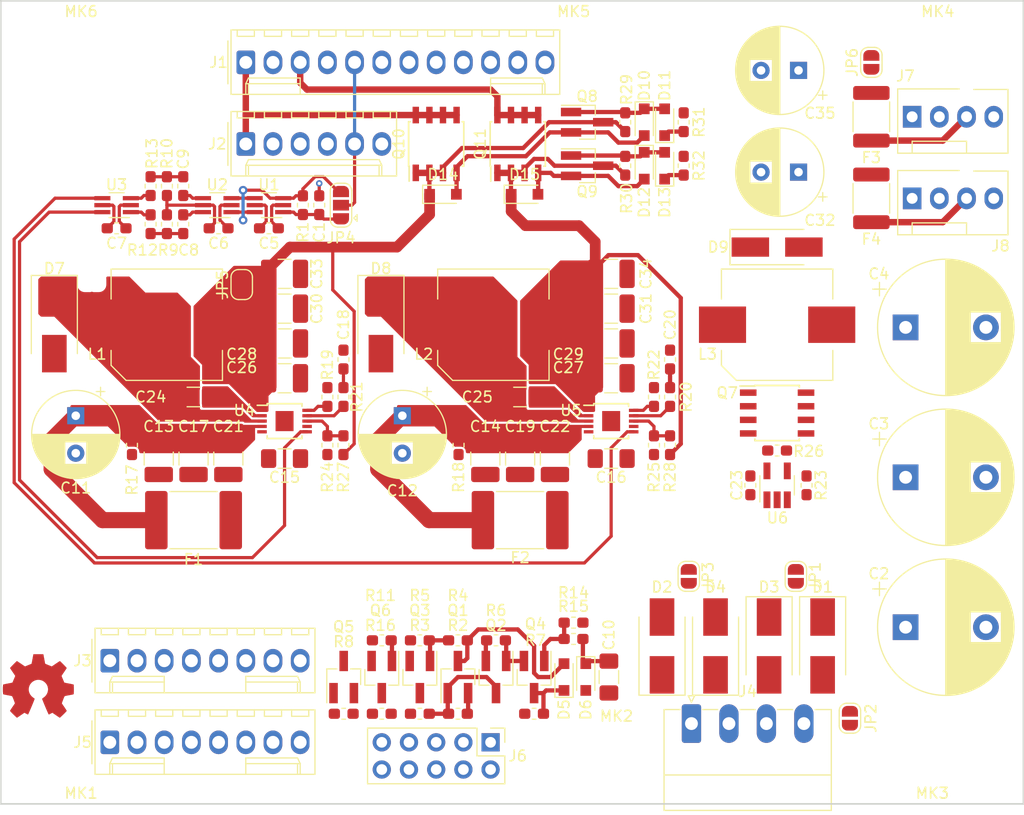
<source format=kicad_pcb>
(kicad_pcb (version 20171130) (host pcbnew "(5.0.1)-4")
  (layers (0 F.Cu signal) (31 B.Cu signal) (34 B.Paste user) (35 F.Paste user) (36 B.SilkS user) (37 F.SilkS user) (38 B.Mask user hide) (39 F.Mask user hide) (44 Edge.Cuts user))
  (net 0 "")
  (net 1 "Net-(C1-Pad1)")
  (net 2 DGND)
  (net 3 "Net-(C9-Pad1)")
  (net 4 "Net-(C10-Pad1)")
  (net 5 "Net-(C11-Pad1)")
  (net 6 "Net-(C24-Pad1)")
  (net 7 "Net-(C25-Pad1)")
  (net 8 "Net-(C26-Pad1)")
  (net 9 +12V)
  (net 10 "Net-(D1-Pad2)")
  (net 11 "Net-(D3-Pad2)")
  (net 12 "Net-(D5-Pad1)")
  (net 13 "Net-(D5-Pad2)")
  (net 14 "Net-(D10-Pad1)")
  (net 15 "Net-(D10-Pad2)")
  (net 16 "Net-(D11-Pad1)")
  (net 17 "Net-(D12-Pad1)")
  (net 18 "Net-(D12-Pad2)")
  (net 19 "Net-(D13-Pad1)")
  (net 20 "Net-(F3-Pad2)")
  (net 21 "Net-(F4-Pad2)")
  (net 22 /SYNC)
  (net 23 /PWM)
  (net 24 /RPM0)
  (net 25 /RPM1)
  (net 26 /PG)
  (net 27 /SD)
  (net 28 "Net-(Q1-Pad1)")
  (net 29 "Net-(Q2-Pad1)")
  (net 30 "Net-(Q2-Pad3)")
  (net 31 "Net-(Q4-Pad1)")
  (net 32 "Net-(Q5-Pad1)")
  (net 33 "Net-(Q5-Pad3)")
  (net 34 "Net-(Q7-Pad4)")
  (net 35 "Net-(R19-Pad1)")
  (net 36 "Net-(R20-Pad1)")
  (net 37 "Net-(R21-Pad1)")
  (net 38 "Net-(R22-Pad1)")
  (net 39 "Net-(R24-Pad2)")
  (net 40 "Net-(U1-Pad4)")
  (net 41 +V)
  (net 42 "Net-(C8-Pad1)")
  (net 43 "Net-(C8-Pad2)")
  (net 44 "Net-(C15-Pad1)")
  (net 45 "Net-(C24-Pad2)")
  (net 46 "Net-(J3-Pad3)")
  (net 47 "Net-(U3-Pad4)")
  (net 48 "Net-(U3-Pad6)")
  (net 49 "Net-(C9-Pad2)")
  (net 50 "Net-(C12-Pad1)")
  (net 51 "Net-(C16-Pad1)")
  (net 52 "Net-(C18-Pad1)")
  (net 53 "Net-(C20-Pad1)")
  (net 54 "Net-(C25-Pad2)")
  (net 55 "Net-(C27-Pad1)")
  (net 56 +3V3D)
  (net 57 +5V0D)
  (net 58 "Net-(D9-Pad1)")
  (net 59 "Net-(J3-Pad1)")
  (net 60 "Net-(J3-Pad2)")
  (net 61 "Net-(J3-Pad4)")
  (net 62 "Net-(J3-Pad5)")
  (net 63 "Net-(J3-Pad6)")
  (net 64 "Net-(J3-Pad7)")
  (net 65 "Net-(J3-Pad8)")
  (net 66 "Net-(J4-Pad3)")
  (net 67 "Net-(JP4-Pad3)")
  (net 68 "Net-(R12-Pad1)")
  (net 69 "Net-(R13-Pad1)")
  (net 70 "Net-(R25-Pad2)")
  (net 71 "Net-(R26-Pad1)")
  (net 72 "Net-(C32-Pad1)")
  (module Connector_Molex:Molex_KK-254_AE-6410-06A_1x06_P2.54mm_Vertical (layer F.Cu) (at 172.38 55.87)
    (fp_text reference J2 (at -2.667 0) (layer F.SilkS))
    (fp_text value Conn_01x06)
    (pad 1 thru_hole roundrect (at 0 0) (size 1.74 2.2) (drill 1.2) (layers *.Cu *.Mask) (roundrect_rratio 0.143678) (net 9 +12V))
    (pad 2 thru_hole oval (at 2.54 0) (size 1.74 2.2) (drill 1.2) (layers *.Cu *.Mask) (net 2 DGND))
    (pad 3 thru_hole oval (at 5.08 0) (size 1.74 2.2) (drill 1.2) (layers *.Cu *.Mask) (net 57 +5V0D))
    (pad 4 thru_hole oval (at 7.62 0) (size 1.74 2.2) (drill 1.2) (layers *.Cu *.Mask) (net 2 DGND))
    (pad 5 thru_hole oval (at 10.16 0) (size 1.74 2.2) (drill 1.2) (layers *.Cu *.Mask) (net 22 /SYNC))
    (pad 6 thru_hole oval (at 12.7 0) (size 1.74 2.2) (drill 1.2) (layers *.Cu *.Mask) (net 2 DGND))
  )
  (module Diode_SMD:D_SOD-323_HandSoldering (layer F.Cu) (at 211.496 53.838 90)
    (fp_text reference D11 (at 3.429 0 90) (layer F.SilkS))
    (fp_text value BAS316)
    (pad 1 smd rect (at -1.25 0 90) (size 1 1) (layers F.Cu F.Paste F.Mask) (net 16 "Net-(D11-Pad1)"))
    (pad 2 smd rect (at 1.25 0 90) (size 1 1) (layers F.Cu F.Paste F.Mask) (net 14 "Net-(D10-Pad1)"))
  )
  (module Diode_SMD:D_SOD-323_HandSoldering (layer F.Cu) (at 209.591 53.838 270)
    (fp_text reference D10 (at -3.429 0 270) (layer F.SilkS))
    (fp_text value BAS316)
    (pad 2 smd rect (at 1.25 0 270) (size 1 1) (layers F.Cu F.Paste F.Mask) (net 15 "Net-(D10-Pad2)"))
    (pad 1 smd rect (at -1.25 0 270) (size 1 1) (layers F.Cu F.Paste F.Mask) (net 14 "Net-(D10-Pad1)"))
  )
  (module Diode_SMD:D_SOD-323_HandSoldering (layer F.Cu) (at 190.795 60.569)
    (fp_text reference D14 (at 0 -1.85) (layer F.SilkS))
    (fp_text value MM3Z10)
    (pad 2 smd rect (at 1.25 0) (size 1 1) (layers F.Cu F.Paste F.Mask) (net 15 "Net-(D10-Pad2)"))
    (pad 1 smd rect (at -1.25 0) (size 1 1) (layers F.Cu F.Paste F.Mask) (net 8 "Net-(C26-Pad1)"))
  )
  (module Inductor_SMD:L_Wuerth_WE-PDF_Handsoldering (layer F.Cu) (at 165 72.75)
    (fp_text reference L1 (at -6.5 2.75) (layer F.SilkS))
    (fp_text value 10u)
    (pad 1 smd rect (at -5.1 0) (size 4.4 3.4) (layers F.Cu F.Paste F.Mask) (net 6 "Net-(C24-Pad1)"))
    (pad 2 smd rect (at 5.1 0) (size 4.4 3.4) (layers F.Cu F.Paste F.Mask) (net 8 "Net-(C26-Pad1)"))
  )
  (module Capacitor_SMD:C_0603_1608Metric_Pad1.05x0.95mm_HandSolder (layer F.Cu) (at 179.238 61.585 90)
    (fp_text reference C1 (at -2.54 0 90) (layer F.SilkS))
    (fp_text value C)
    (pad 2 smd roundrect (at 0.875 0 90) (size 1.05 0.95) (layers F.Cu F.Paste F.Mask) (net 2 DGND))
    (pad 1 smd roundrect (at -0.875 0 90) (size 1.05 0.95) (layers F.Cu F.Paste F.Mask) (net 1 "Net-(C1-Pad1)"))
  )
  (module Capacitor_SMD:C_0603_1608Metric_Pad1.05x0.95mm_HandSolder (layer F.Cu) (at 174.539 63.744)
    (fp_text reference C5 (at 0 1.397) (layer F.SilkS))
    (fp_text value 100n)
    (pad 2 smd roundrect (at 0.875 0) (size 1.05 0.95) (layers F.Cu F.Paste F.Mask) (net 2 DGND))
    (pad 1 smd roundrect (at -0.875 0) (size 1.05 0.95) (layers F.Cu F.Paste F.Mask) (net 56 +3V3D))
  )
  (module Capacitor_SMD:C_0603_1608Metric_Pad1.05x0.95mm_HandSolder (layer F.Cu) (at 169.84 63.744)
    (fp_text reference C6 (at 0 1.397) (layer F.SilkS))
    (fp_text value 100n)
    (pad 1 smd roundrect (at -0.875 0) (size 1.05 0.95) (layers F.Cu F.Paste F.Mask) (net 56 +3V3D))
    (pad 2 smd roundrect (at 0.875 0) (size 1.05 0.95) (layers F.Cu F.Paste F.Mask) (net 2 DGND))
  )
  (module Capacitor_SMD:C_0603_1608Metric_Pad1.05x0.95mm_HandSolder (layer F.Cu) (at 160.315 63.744)
    (fp_text reference C7 (at 0 1.397) (layer F.SilkS))
    (fp_text value 100n)
    (pad 1 smd roundrect (at -0.875 0) (size 1.05 0.95) (layers F.Cu F.Paste F.Mask) (net 56 +3V3D))
    (pad 2 smd roundrect (at 0.875 0) (size 1.05 0.95) (layers F.Cu F.Paste F.Mask) (net 2 DGND))
  )
  (module Capacitor_SMD:C_0603_1608Metric_Pad1.05x0.95mm_HandSolder (layer F.Cu) (at 166.538 63.363 90)
    (fp_text reference C8 (at -2.413 0.508 180) (layer F.SilkS))
    (fp_text value 10n)
    (pad 1 smd roundrect (at -0.875 0 90) (size 1.05 0.95) (layers F.Cu F.Paste F.Mask) (net 42 "Net-(C8-Pad1)"))
    (pad 2 smd roundrect (at 0.875 0 90) (size 1.05 0.95) (layers F.Cu F.Paste F.Mask) (net 43 "Net-(C8-Pad2)"))
  )
  (module Capacitor_SMD:C_0603_1608Metric_Pad1.05x0.95mm_HandSolder (layer F.Cu) (at 166.538 59.807 270)
    (fp_text reference C9 (at -2.54 0 270) (layer F.SilkS))
    (fp_text value 10n)
    (pad 2 smd roundrect (at 0.875 0 270) (size 1.05 0.95) (layers F.Cu F.Paste F.Mask) (net 49 "Net-(C9-Pad2)"))
    (pad 1 smd roundrect (at -0.875 0 270) (size 1.05 0.95) (layers F.Cu F.Paste F.Mask) (net 3 "Net-(C9-Pad1)"))
  )
  (module Capacitor_SMD:C_1206_3216Metric_Pad1.42x1.75mm_HandSolder (layer F.Cu) (at 206.289 105.654 270)
    (fp_text reference C10 (at -3.937 0 270) (layer F.SilkS))
    (fp_text value 2u2)
    (pad 2 smd roundrect (at 1.4875 0 270) (size 1.425 1.75) (layers F.Cu F.Paste F.Mask) (roundrect_rratio 0.175439) (net 2 DGND))
    (pad 1 smd roundrect (at -1.4875 0 270) (size 1.425 1.75) (layers F.Cu F.Paste F.Mask) (roundrect_rratio 0.175439) (net 4 "Net-(C10-Pad1)"))
  )
  (module Capacitor_THT:CP_Radial_D8.0mm_P3.50mm (layer F.Cu) (at 156.5 81.25 270)
    (fp_text reference C11 (at 6.75 0) (layer F.SilkS))
    (fp_text value 33u)
    (pad 2 thru_hole circle (at 3.5 0 270) (size 1.6 1.6) (drill 0.8) (layers *.Cu *.Mask) (net 2 DGND))
    (pad 1 thru_hole rect (at 0 0 270) (size 1.6 1.6) (drill 0.8) (layers *.Cu *.Mask) (net 5 "Net-(C11-Pad1)"))
  )
  (module Capacitor_THT:CP_Radial_D8.0mm_P3.50mm (layer F.Cu) (at 187 81.25 270)
    (fp_text reference C12 (at 7 0) (layer F.SilkS))
    (fp_text value 33u)
    (pad 1 thru_hole rect (at 0 0 270) (size 1.6 1.6) (drill 0.8) (layers *.Cu *.Mask) (net 50 "Net-(C12-Pad1)"))
    (pad 2 thru_hole circle (at 3.5 0 270) (size 1.6 1.6) (drill 0.8) (layers *.Cu *.Mask) (net 2 DGND))
  )
  (module Capacitor_SMD:C_1210_3225Metric_Pad1.42x2.65mm_HandSolder (layer F.Cu) (at 164.25 85.25 270)
    (fp_text reference C13 (at -3 0) (layer F.SilkS))
    (fp_text value 4u7)
    (pad 2 smd roundrect (at 1.4875 0 270) (size 1.425 2.65) (layers F.Cu F.Paste F.Mask) (roundrect_rratio 0.175439) (net 2 DGND))
    (pad 1 smd roundrect (at -1.4875 0 270) (size 1.425 2.65) (layers F.Cu F.Paste F.Mask) (roundrect_rratio 0.175439) (net 5 "Net-(C11-Pad1)"))
  )
  (module Capacitor_SMD:C_1210_3225Metric_Pad1.42x2.65mm_HandSolder (layer F.Cu) (at 194.75 85.25 270)
    (fp_text reference C14 (at -3 0) (layer F.SilkS))
    (fp_text value 4u7)
    (pad 2 smd roundrect (at 1.4875 0 270) (size 1.425 2.65) (layers F.Cu F.Paste F.Mask) (roundrect_rratio 0.175439) (net 2 DGND))
    (pad 1 smd roundrect (at -1.4875 0 270) (size 1.425 2.65) (layers F.Cu F.Paste F.Mask) (roundrect_rratio 0.175439) (net 50 "Net-(C12-Pad1)"))
  )
  (module Capacitor_SMD:C_1206_3216Metric_Pad1.42x1.75mm_HandSolder (layer F.Cu) (at 176 85.25)
    (fp_text reference C15 (at 0 1.75) (layer F.SilkS))
    (fp_text value 470n)
    (pad 1 smd roundrect (at -1.4875 0) (size 1.425 1.75) (layers F.Cu F.Paste F.Mask) (roundrect_rratio 0.175439) (net 44 "Net-(C15-Pad1)"))
    (pad 2 smd roundrect (at 1.4875 0) (size 1.425 1.75) (layers F.Cu F.Paste F.Mask) (roundrect_rratio 0.175439) (net 2 DGND))
  )
  (module Capacitor_SMD:C_1206_3216Metric_Pad1.42x1.75mm_HandSolder (layer F.Cu) (at 206.5 85.25)
    (fp_text reference C16 (at 0 1.75) (layer F.SilkS))
    (fp_text value 470n)
    (pad 1 smd roundrect (at -1.4875 0) (size 1.425 1.75) (layers F.Cu F.Paste F.Mask) (roundrect_rratio 0.175439) (net 51 "Net-(C16-Pad1)"))
    (pad 2 smd roundrect (at 1.4875 0) (size 1.425 1.75) (layers F.Cu F.Paste F.Mask) (roundrect_rratio 0.175439) (net 2 DGND))
  )
  (module Capacitor_SMD:C_1210_3225Metric_Pad1.42x2.65mm_HandSolder (layer F.Cu) (at 167.5 85.25 270)
    (fp_text reference C17 (at -3 0) (layer F.SilkS))
    (fp_text value 4u7)
    (pad 2 smd roundrect (at 1.4875 0 270) (size 1.425 2.65) (layers F.Cu F.Paste F.Mask) (roundrect_rratio 0.175439) (net 2 DGND))
    (pad 1 smd roundrect (at -1.4875 0 270) (size 1.425 2.65) (layers F.Cu F.Paste F.Mask) (roundrect_rratio 0.175439) (net 5 "Net-(C11-Pad1)"))
  )
  (module Capacitor_SMD:C_0603_1608Metric_Pad1.05x0.95mm_HandSolder (layer F.Cu) (at 181.5 76 90)
    (fp_text reference C18 (at 3.25 0 90) (layer F.SilkS))
    (fp_text value 680p)
    (pad 2 smd roundrect (at 0.875 0 90) (size 1.05 0.95) (layers F.Cu F.Paste F.Mask) (net 2 DGND))
    (pad 1 smd roundrect (at -0.875 0 90) (size 1.05 0.95) (layers F.Cu F.Paste F.Mask) (net 52 "Net-(C18-Pad1)"))
  )
  (module Capacitor_SMD:C_1210_3225Metric_Pad1.42x2.65mm_HandSolder (layer F.Cu) (at 198 85.25 270)
    (fp_text reference C19 (at -3 0) (layer F.SilkS))
    (fp_text value 4u7)
    (pad 1 smd roundrect (at -1.4875 0 270) (size 1.425 2.65) (layers F.Cu F.Paste F.Mask) (roundrect_rratio 0.175439) (net 50 "Net-(C12-Pad1)"))
    (pad 2 smd roundrect (at 1.4875 0 270) (size 1.425 2.65) (layers F.Cu F.Paste F.Mask) (roundrect_rratio 0.175439) (net 2 DGND))
  )
  (module Capacitor_SMD:C_0603_1608Metric_Pad1.05x0.95mm_HandSolder (layer F.Cu) (at 212 76 90)
    (fp_text reference C20 (at 3.25 0 90) (layer F.SilkS))
    (fp_text value 680p)
    (pad 1 smd roundrect (at -0.875 0 90) (size 1.05 0.95) (layers F.Cu F.Paste F.Mask) (net 53 "Net-(C20-Pad1)"))
    (pad 2 smd roundrect (at 0.875 0 90) (size 1.05 0.95) (layers F.Cu F.Paste F.Mask) (net 2 DGND))
  )
  (module Capacitor_SMD:C_1210_3225Metric_Pad1.42x2.65mm_HandSolder (layer F.Cu) (at 170.75 85.25 270)
    (fp_text reference C21 (at -3 0) (layer F.SilkS))
    (fp_text value 4u7)
    (pad 2 smd roundrect (at 1.4875 0 270) (size 1.425 2.65) (layers F.Cu F.Paste F.Mask) (roundrect_rratio 0.175439) (net 2 DGND))
    (pad 1 smd roundrect (at -1.4875 0 270) (size 1.425 2.65) (layers F.Cu F.Paste F.Mask) (roundrect_rratio 0.175439) (net 5 "Net-(C11-Pad1)"))
  )
  (module Capacitor_SMD:C_1210_3225Metric_Pad1.42x2.65mm_HandSolder (layer F.Cu) (at 201.25 85.25 270)
    (fp_text reference C22 (at -3 0) (layer F.SilkS))
    (fp_text value 4u7)
    (pad 2 smd roundrect (at 1.4875 0 270) (size 1.425 2.65) (layers F.Cu F.Paste F.Mask) (roundrect_rratio 0.175439) (net 2 DGND))
    (pad 1 smd roundrect (at -1.4875 0 270) (size 1.425 2.65) (layers F.Cu F.Paste F.Mask) (roundrect_rratio 0.175439) (net 50 "Net-(C12-Pad1)"))
  )
  (module Capacitor_SMD:C_1206_3216Metric_Pad1.42x1.75mm_HandSolder (layer F.Cu) (at 167.5 79.5)
    (fp_text reference C24 (at -4 0) (layer F.SilkS))
    (fp_text value 470n)
    (pad 1 smd roundrect (at -1.4875 0) (size 1.425 1.75) (layers F.Cu F.Paste F.Mask) (roundrect_rratio 0.175439) (net 6 "Net-(C24-Pad1)"))
    (pad 2 smd roundrect (at 1.4875 0) (size 1.425 1.75) (layers F.Cu F.Paste F.Mask) (roundrect_rratio 0.175439) (net 45 "Net-(C24-Pad2)"))
  )
  (module Capacitor_SMD:C_1206_3216Metric_Pad1.42x1.75mm_HandSolder (layer F.Cu) (at 198 79.5)
    (fp_text reference C25 (at -4 0) (layer F.SilkS))
    (fp_text value 470n)
    (pad 2 smd roundrect (at 1.4875 0) (size 1.425 1.75) (layers F.Cu F.Paste F.Mask) (roundrect_rratio 0.175439) (net 54 "Net-(C25-Pad2)"))
    (pad 1 smd roundrect (at -1.4875 0) (size 1.425 1.75) (layers F.Cu F.Paste F.Mask) (roundrect_rratio 0.175439) (net 7 "Net-(C25-Pad1)"))
  )
  (module Capacitor_SMD:C_1210_3225Metric_Pad1.42x2.65mm_HandSolder (layer F.Cu) (at 176 77.75)
    (fp_text reference C26 (at -4 -1 180) (layer F.SilkS))
    (fp_text value 10u)
    (pad 1 smd roundrect (at -1.4875 0) (size 1.425 2.65) (layers F.Cu F.Paste F.Mask) (roundrect_rratio 0.175439) (net 8 "Net-(C26-Pad1)"))
    (pad 2 smd roundrect (at 1.4875 0) (size 1.425 2.65) (layers F.Cu F.Paste F.Mask) (roundrect_rratio 0.175439) (net 2 DGND))
  )
  (module Capacitor_SMD:C_1210_3225Metric_Pad1.42x2.65mm_HandSolder (layer F.Cu) (at 206.5 77.75)
    (fp_text reference C27 (at -4 -1 180) (layer F.SilkS))
    (fp_text value 22u)
    (pad 1 smd roundrect (at -1.4875 0) (size 1.425 2.65) (layers F.Cu F.Paste F.Mask) (roundrect_rratio 0.175439) (net 55 "Net-(C27-Pad1)"))
    (pad 2 smd roundrect (at 1.4875 0) (size 1.425 2.65) (layers F.Cu F.Paste F.Mask) (roundrect_rratio 0.175439) (net 2 DGND))
  )
  (module Capacitor_SMD:C_1210_3225Metric_Pad1.42x2.65mm_HandSolder (layer F.Cu) (at 176 74.5)
    (fp_text reference C28 (at -4 1 180) (layer F.SilkS))
    (fp_text value 10u)
    (pad 1 smd roundrect (at -1.4875 0) (size 1.425 2.65) (layers F.Cu F.Paste F.Mask) (roundrect_rratio 0.175439) (net 8 "Net-(C26-Pad1)"))
    (pad 2 smd roundrect (at 1.4875 0) (size 1.425 2.65) (layers F.Cu F.Paste F.Mask) (roundrect_rratio 0.175439) (net 2 DGND))
  )
  (module Capacitor_SMD:C_1210_3225Metric_Pad1.42x2.65mm_HandSolder (layer F.Cu) (at 206.5 74.5)
    (fp_text reference C29 (at -4 1 180) (layer F.SilkS))
    (fp_text value 22u)
    (pad 1 smd roundrect (at -1.4875 0) (size 1.425 2.65) (layers F.Cu F.Paste F.Mask) (roundrect_rratio 0.175439) (net 55 "Net-(C27-Pad1)"))
    (pad 2 smd roundrect (at 1.4875 0) (size 1.425 2.65) (layers F.Cu F.Paste F.Mask) (roundrect_rratio 0.175439) (net 2 DGND))
  )
  (module Capacitor_SMD:C_1210_3225Metric_Pad1.42x2.65mm_HandSolder (layer F.Cu) (at 176 71.25)
    (fp_text reference C30 (at 3 0 90) (layer F.SilkS))
    (fp_text value 10u)
    (pad 2 smd roundrect (at 1.4875 0) (size 1.425 2.65) (layers F.Cu F.Paste F.Mask) (roundrect_rratio 0.175439) (net 2 DGND))
    (pad 1 smd roundrect (at -1.4875 0) (size 1.425 2.65) (layers F.Cu F.Paste F.Mask) (roundrect_rratio 0.175439) (net 8 "Net-(C26-Pad1)"))
  )
  (module Capacitor_SMD:C_1210_3225Metric_Pad1.42x2.65mm_HandSolder (layer F.Cu) (at 206.5 71.25)
    (fp_text reference C31 (at 3.25 0 90) (layer F.SilkS))
    (fp_text value 22u)
    (pad 1 smd roundrect (at -1.4875 0) (size 1.425 2.65) (layers F.Cu F.Paste F.Mask) (roundrect_rratio 0.175439) (net 55 "Net-(C27-Pad1)"))
    (pad 2 smd roundrect (at 1.4875 0) (size 1.425 2.65) (layers F.Cu F.Paste F.Mask) (roundrect_rratio 0.175439) (net 2 DGND))
  )
  (module Capacitor_SMD:C_1210_3225Metric_Pad1.42x2.65mm_HandSolder (layer F.Cu) (at 176 68)
    (fp_text reference C33 (at 3 0 90) (layer F.SilkS))
    (fp_text value 10u)
    (pad 2 smd roundrect (at 1.4875 0) (size 1.425 2.65) (layers F.Cu F.Paste F.Mask) (roundrect_rratio 0.175439) (net 2 DGND))
    (pad 1 smd roundrect (at -1.4875 0) (size 1.425 2.65) (layers F.Cu F.Paste F.Mask) (roundrect_rratio 0.175439) (net 8 "Net-(C26-Pad1)"))
  )
  (module Capacitor_SMD:C_1210_3225Metric_Pad1.42x2.65mm_HandSolder (layer F.Cu) (at 206.5 68)
    (fp_text reference C34 (at 3.25 0 90) (layer F.SilkS))
    (fp_text value 22u)
    (pad 1 smd roundrect (at -1.4875 0) (size 1.425 2.65) (layers F.Cu F.Paste F.Mask) (roundrect_rratio 0.175439) (net 55 "Net-(C27-Pad1)"))
    (pad 2 smd roundrect (at 1.4875 0) (size 1.425 2.65) (layers F.Cu F.Paste F.Mask) (roundrect_rratio 0.175439) (net 2 DGND))
  )
  (module Diode_SMD:D_SMB_Handsoldering (layer F.Cu) (at 226.25 102.75 270)
    (fp_text reference D1 (at -5.5 0) (layer F.SilkS))
    (fp_text value SK55)
    (pad 1 smd rect (at -2.7 0 270) (size 3.5 2.3) (layers F.Cu F.Paste F.Mask) (net 41 +V))
    (pad 2 smd rect (at 2.7 0 270) (size 3.5 2.3) (layers F.Cu F.Paste F.Mask) (net 10 "Net-(D1-Pad2)"))
  )
  (module Diode_SMD:D_SMB_Handsoldering (layer F.Cu) (at 211.25 102.75 90)
    (fp_text reference D2 (at 5.5 0 180) (layer F.SilkS))
    (fp_text value SK55)
    (pad 1 smd rect (at -2.7 0 90) (size 3.5 2.3) (layers F.Cu F.Paste F.Mask) (net 10 "Net-(D1-Pad2)"))
    (pad 2 smd rect (at 2.7 0 90) (size 3.5 2.3) (layers F.Cu F.Paste F.Mask) (net 2 DGND))
  )
  (module Diode_SMD:D_SMB_Handsoldering (layer F.Cu) (at 221.25 102.75 270)
    (fp_text reference D3 (at -5.5 0) (layer F.SilkS))
    (fp_text value SK55)
    (pad 2 smd rect (at 2.7 0 270) (size 3.5 2.3) (layers F.Cu F.Paste F.Mask) (net 11 "Net-(D3-Pad2)"))
    (pad 1 smd rect (at -2.7 0 270) (size 3.5 2.3) (layers F.Cu F.Paste F.Mask) (net 41 +V))
  )
  (module Diode_SMD:D_SMB_Handsoldering (layer F.Cu) (at 216.25 102.75 90)
    (fp_text reference D4 (at 5.5 0 180) (layer F.SilkS))
    (fp_text value SK55)
    (pad 2 smd rect (at 2.7 0 90) (size 3.5 2.3) (layers F.Cu F.Paste F.Mask) (net 2 DGND))
    (pad 1 smd rect (at -2.7 0 90) (size 3.5 2.3) (layers F.Cu F.Paste F.Mask) (net 11 "Net-(D3-Pad2)"))
  )
  (module Diode_SMD:D_SOD-323_HandSoldering (layer F.Cu) (at 202.098 105.654 90)
    (fp_text reference D5 (at -3.048 0 90) (layer F.SilkS))
    (fp_text value BAS316)
    (pad 1 smd rect (at -1.25 0 90) (size 1 1) (layers F.Cu F.Paste F.Mask) (net 12 "Net-(D5-Pad1)"))
    (pad 2 smd rect (at 1.25 0 90) (size 1 1) (layers F.Cu F.Paste F.Mask) (net 13 "Net-(D5-Pad2)"))
  )
  (module Diode_SMD:D_SOD-323_HandSoldering (layer F.Cu) (at 204.13 105.654 270)
    (fp_text reference D6 (at 3.048 0 270) (layer F.SilkS))
    (fp_text value BAS316)
    (pad 2 smd rect (at 1.25 0 270) (size 1 1) (layers F.Cu F.Paste F.Mask) (net 2 DGND))
    (pad 1 smd rect (at -1.25 0 270) (size 1 1) (layers F.Cu F.Paste F.Mask) (net 4 "Net-(C10-Pad1)"))
  )
  (module Diode_SMD:D_SMA_Handsoldering (layer F.Cu) (at 222 65.5)
    (fp_text reference D9 (at -5.5 0) (layer F.SilkS))
    (fp_text value SK35)
    (pad 1 smd rect (at -2.5 0) (size 3.5 1.8) (layers F.Cu F.Paste F.Mask) (net 58 "Net-(D9-Pad1)"))
    (pad 2 smd rect (at 2.5 0) (size 3.5 1.8) (layers F.Cu F.Paste F.Mask) (net 2 DGND))
  )
  (module Diode_SMD:D_SMB_Handsoldering (layer F.Cu) (at 154.5 72.75 270)
    (fp_text reference D7 (at -5.25 0) (layer F.SilkS))
    (fp_text value SK55)
    (pad 2 smd rect (at 2.7 0 270) (size 3.5 2.3) (layers F.Cu F.Paste F.Mask) (net 2 DGND))
    (pad 1 smd rect (at -2.7 0 270) (size 3.5 2.3) (layers F.Cu F.Paste F.Mask) (net 6 "Net-(C24-Pad1)"))
  )
  (module Diode_SMD:D_SMB_Handsoldering (layer F.Cu) (at 185 72.75 270)
    (fp_text reference D8 (at -5.25 0) (layer F.SilkS))
    (fp_text value SK55)
    (pad 1 smd rect (at -2.7 0 270) (size 3.5 2.3) (layers F.Cu F.Paste F.Mask) (net 7 "Net-(C25-Pad1)"))
    (pad 2 smd rect (at 2.7 0 270) (size 3.5 2.3) (layers F.Cu F.Paste F.Mask) (net 2 DGND))
  )
  (module Diode_SMD:D_SOD-323_HandSoldering (layer F.Cu) (at 209.591 57.902 270)
    (fp_text reference D12 (at 3.429 0 270) (layer F.SilkS))
    (fp_text value BAS316)
    (pad 1 smd rect (at -1.25 0 270) (size 1 1) (layers F.Cu F.Paste F.Mask) (net 17 "Net-(D12-Pad1)"))
    (pad 2 smd rect (at 1.25 0 270) (size 1 1) (layers F.Cu F.Paste F.Mask) (net 18 "Net-(D12-Pad2)"))
  )
  (module Diode_SMD:D_SOD-323_HandSoldering (layer F.Cu) (at 211.496 57.902 90)
    (fp_text reference D13 (at -3.429 0 90) (layer F.SilkS))
    (fp_text value BAS316)
    (pad 1 smd rect (at -1.25 0 90) (size 1 1) (layers F.Cu F.Paste F.Mask) (net 19 "Net-(D13-Pad1)"))
    (pad 2 smd rect (at 1.25 0 90) (size 1 1) (layers F.Cu F.Paste F.Mask) (net 17 "Net-(D12-Pad1)"))
  )
  (module Diode_SMD:D_SOD-323_HandSoldering (layer F.Cu) (at 198.415 60.569)
    (fp_text reference D15 (at 0 -1.85) (layer F.SilkS))
    (fp_text value MM3Z10)
    (pad 2 smd rect (at 1.25 0) (size 1 1) (layers F.Cu F.Paste F.Mask) (net 18 "Net-(D12-Pad2)"))
    (pad 1 smd rect (at -1.25 0) (size 1 1) (layers F.Cu F.Paste F.Mask) (net 55 "Net-(C27-Pad1)"))
  )
  (module Fuse:Fuse_2920_7451Metric_Pad2.10x5.45mm_HandSolder (layer F.Cu) (at 167.5 91 180)
    (fp_text reference F1 (at 0 -3.68 180) (layer F.SilkS))
    (fp_text value SL125-33)
    (pad 2 smd roundrect (at 3.475 0 180) (size 2.1 5.45) (layers F.Cu F.Paste F.Mask) (roundrect_rratio 0.119048) (net 5 "Net-(C11-Pad1)"))
    (pad 1 smd roundrect (at -3.475 0 180) (size 2.1 5.45) (layers F.Cu F.Paste F.Mask) (roundrect_rratio 0.119048) (net 41 +V))
  )
  (module Fuse:Fuse_2920_7451Metric_Pad2.10x5.45mm_HandSolder (layer F.Cu) (at 198 91)
    (fp_text reference F2 (at 0 3.5) (layer F.SilkS))
    (fp_text value SL075-33)
    (pad 1 smd roundrect (at -3.475 0) (size 2.1 5.45) (layers F.Cu F.Paste F.Mask) (roundrect_rratio 0.119048) (net 50 "Net-(C12-Pad1)"))
    (pad 2 smd roundrect (at 3.475 0) (size 2.1 5.45) (layers F.Cu F.Paste F.Mask) (roundrect_rratio 0.119048) (net 41 +V))
  )
  (module Fuse:Fuse_1812_4532Metric_Pad1.30x3.40mm_HandSolder (layer F.Cu) (at 230.8 60.95 270)
    (fp_text reference F4 (at 3.81 0) (layer F.SilkS))
    (fp_text value SD075-16)
    (pad 2 smd roundrect (at 2.225 0 270) (size 1.3 3.4) (layers F.Cu F.Paste F.Mask) (roundrect_rratio 0.192308) (net 21 "Net-(F4-Pad2)"))
    (pad 1 smd roundrect (at -2.225 0 270) (size 1.3 3.4) (layers F.Cu F.Paste F.Mask) (roundrect_rratio 0.192308) (net 72 "Net-(C32-Pad1)"))
  )
  (module Fuse:Fuse_1812_4532Metric_Pad1.30x3.40mm_HandSolder (layer F.Cu) (at 230.8 53.33 270)
    (fp_text reference F3 (at 3.81 0) (layer F.SilkS))
    (fp_text value SD075-16)
    (pad 1 smd roundrect (at -2.225 0 270) (size 1.3 3.4) (layers F.Cu F.Paste F.Mask) (roundrect_rratio 0.192308) (net 72 "Net-(C32-Pad1)"))
    (pad 2 smd roundrect (at 2.225 0 270) (size 1.3 3.4) (layers F.Cu F.Paste F.Mask) (roundrect_rratio 0.192308) (net 20 "Net-(F3-Pad2)"))
  )
  (module Connector_Molex:Molex_KK-254_AE-6410-12A_1x12_P2.54mm_Vertical (layer F.Cu) (at 172.38 48.25)
    (fp_text reference J1 (at -2.54 0) (layer F.SilkS))
    (fp_text value Conn_01x12)
    (pad 1 thru_hole roundrect (at 0 0) (size 1.74 2.2) (drill 1.2) (layers *.Cu *.Mask) (roundrect_rratio 0.143678) (net 9 +12V))
    (pad 2 thru_hole oval (at 2.54 0) (size 1.74 2.2) (drill 1.2) (layers *.Cu *.Mask) (net 2 DGND))
    (pad 3 thru_hole oval (at 5.08 0) (size 1.74 2.2) (drill 1.2) (layers *.Cu *.Mask) (net 57 +5V0D))
    (pad 4 thru_hole oval (at 7.62 0) (size 1.74 2.2) (drill 1.2) (layers *.Cu *.Mask) (net 2 DGND))
    (pad 5 thru_hole oval (at 10.16 0) (size 1.74 2.2) (drill 1.2) (layers *.Cu *.Mask) (net 22 /SYNC))
    (pad 6 thru_hole oval (at 12.7 0) (size 1.74 2.2) (drill 1.2) (layers *.Cu *.Mask) (net 2 DGND))
    (pad 7 thru_hole oval (at 15.24 0) (size 1.74 2.2) (drill 1.2) (layers *.Cu *.Mask) (net 23 /PWM))
    (pad 8 thru_hole oval (at 17.78 0) (size 1.74 2.2) (drill 1.2) (layers *.Cu *.Mask) (net 2 DGND))
    (pad 9 thru_hole oval (at 20.32 0) (size 1.74 2.2) (drill 1.2) (layers *.Cu *.Mask) (net 24 /RPM0))
    (pad 10 thru_hole oval (at 22.86 0) (size 1.74 2.2) (drill 1.2) (layers *.Cu *.Mask) (net 2 DGND))
    (pad 11 thru_hole oval (at 25.4 0) (size 1.74 2.2) (drill 1.2) (layers *.Cu *.Mask) (net 25 /RPM1))
    (pad 12 thru_hole oval (at 27.94 0) (size 1.74 2.2) (drill 1.2) (layers *.Cu *.Mask) (net 2 DGND))
  )
  (module Connector_Phoenix_MC:PhoenixContact_MC_1,5_4-G-3.5_1x04_P3.50mm_Horizontal (layer F.Cu) (at 214 110)
    (fp_text reference J4 (at 5.25 -3) (layer F.SilkS))
    (fp_text value Conn_01x04)
    (pad 1 thru_hole roundrect (at 0 0) (size 1.8 3.6) (drill 1.2) (layers *.Cu *.Mask) (roundrect_rratio 0.138889) (net 10 "Net-(D1-Pad2)"))
    (pad 2 thru_hole oval (at 3.5 0) (size 1.8 3.6) (drill 1.2) (layers *.Cu *.Mask) (net 11 "Net-(D3-Pad2)"))
    (pad 3 thru_hole oval (at 7 0) (size 1.8 3.6) (drill 1.2) (layers *.Cu *.Mask) (net 66 "Net-(J4-Pad3)"))
    (pad 4 thru_hole oval (at 10.5 0) (size 1.8 3.6) (drill 1.2) (layers *.Cu *.Mask) (net 66 "Net-(J4-Pad3)"))
  )
  (module Jumper:SolderJumper-2_P1.3mm_Open_RoundedPad1.0x1.5mm (layer F.Cu) (at 223.75 96.25 270)
    (fp_text reference JP1 (at 0 -1.8 270) (layer F.SilkS))
    (fp_text value GS2)
    (pad 1 smd custom (at -0.65 0 270) (size 1 0.5) (layers F.Cu F.Mask) (net 41 +V) (options (clearance outline) (anchor rect)) (primitives (gr_circle (center 0 0.25) (end 0.5 0.25) (width 0)) (gr_circle (center 0 -0.25) (end 0.5 -0.25) (width 0)) (gr_poly (pts (xy 0 -0.75) (xy 0.5 -0.75) (xy 0.5 0.75) (xy 0 0.75)) (width 0))))
    (pad 2 smd custom (at 0.65 0 270) (size 1 0.5) (layers F.Cu F.Mask) (net 10 "Net-(D1-Pad2)") (options (clearance outline) (anchor rect)) (primitives (gr_circle (center 0 0.25) (end 0.5 0.25) (width 0)) (gr_circle (center 0 -0.25) (end 0.5 -0.25) (width 0)) (gr_poly (pts (xy 0 -0.75) (xy -0.5 -0.75) (xy -0.5 0.75) (xy 0 0.75)) (width 0))))
  )
  (module Jumper:SolderJumper-2_P1.3mm_Open_RoundedPad1.0x1.5mm (layer F.Cu) (at 228.8 109.5 90)
    (fp_text reference JP2 (at 0 1.95 270) (layer F.SilkS))
    (fp_text value GS2)
    (pad 2 smd custom (at 0.65 0 90) (size 1 0.5) (layers F.Cu F.Mask) (net 2 DGND) (options (clearance outline) (anchor rect)) (primitives (gr_circle (center 0 0.25) (end 0.5 0.25) (width 0)) (gr_circle (center 0 -0.25) (end 0.5 -0.25) (width 0)) (gr_poly (pts (xy 0 -0.75) (xy -0.5 -0.75) (xy -0.5 0.75) (xy 0 0.75)) (width 0))))
    (pad 1 smd custom (at -0.65 0 90) (size 1 0.5) (layers F.Cu F.Mask) (net 66 "Net-(J4-Pad3)") (options (clearance outline) (anchor rect)) (primitives (gr_circle (center 0 0.25) (end 0.5 0.25) (width 0)) (gr_circle (center 0 -0.25) (end 0.5 -0.25) (width 0)) (gr_poly (pts (xy 0 -0.75) (xy 0.5 -0.75) (xy 0.5 0.75) (xy 0 0.75)) (width 0))))
  )
  (module Jumper:SolderJumper-2_P1.3mm_Open_RoundedPad1.0x1.5mm (layer F.Cu) (at 213.75 96.25 90)
    (fp_text reference JP3 (at 0 1.8 90) (layer F.SilkS))
    (fp_text value GS2)
    (pad 1 smd custom (at -0.65 0 90) (size 1 0.5) (layers F.Cu F.Mask) (net 11 "Net-(D3-Pad2)") (options (clearance outline) (anchor rect)) (primitives (gr_circle (center 0 0.25) (end 0.5 0.25) (width 0)) (gr_circle (center 0 -0.25) (end 0.5 -0.25) (width 0)) (gr_poly (pts (xy 0 -0.75) (xy 0.5 -0.75) (xy 0.5 0.75) (xy 0 0.75)) (width 0))))
    (pad 2 smd custom (at 0.65 0 90) (size 1 0.5) (layers F.Cu F.Mask) (net 2 DGND) (options (clearance outline) (anchor rect)) (primitives (gr_circle (center 0 0.25) (end 0.5 0.25) (width 0)) (gr_circle (center 0 -0.25) (end 0.5 -0.25) (width 0)) (gr_poly (pts (xy 0 -0.75) (xy -0.5 -0.75) (xy -0.5 0.75) (xy 0 0.75)) (width 0))))
  )
  (module Jumper:SolderJumper-3_P1.3mm_Open_RoundedPad1.0x1.5mm (layer F.Cu) (at 181.27 61.585 90)
    (fp_text reference JP4 (at -3.048 0 180) (layer F.SilkS))
    (fp_text value GS3)
    (pad 1 smd custom (at -1.3 0 90) (size 1 0.5) (layers F.Cu F.Mask) (net 1 "Net-(C1-Pad1)") (options (clearance outline) (anchor rect)) (primitives (gr_circle (center 0 0.25) (end 0.5 0.25) (width 0)) (gr_circle (center 0 -0.25) (end 0.5 -0.25) (width 0)) (gr_poly (pts (xy 0.55 -0.75) (xy 0 -0.75) (xy 0 0.75) (xy 0.55 0.75)) (width 0))))
    (pad 3 smd custom (at 1.3 0 90) (size 1 0.5) (layers F.Cu F.Mask) (net 67 "Net-(JP4-Pad3)") (options (clearance outline) (anchor rect)) (primitives (gr_circle (center 0 0.25) (end 0.5 0.25) (width 0)) (gr_circle (center 0 -0.25) (end 0.5 -0.25) (width 0)) (gr_poly (pts (xy -0.55 -0.75) (xy 0 -0.75) (xy 0 0.75) (xy -0.55 0.75)) (width 0))))
    (pad 2 smd rect (at 0 0 90) (size 1 1.5) (layers F.Cu F.Mask) (net 22 /SYNC))
  )
  (module Connector_Molex:Molex_KK-254_AE-6410-08A_1x08_P2.54mm_Vertical (layer F.Cu) (at 159.68 104.13)
    (fp_text reference J3 (at -2.54 0) (layer F.SilkS))
    (fp_text value Conn_01x08)
    (pad 1 thru_hole roundrect (at 0 0) (size 1.74 2.2) (drill 1.2) (layers *.Cu *.Mask) (roundrect_rratio 0.143678) (net 59 "Net-(J3-Pad1)"))
    (pad 2 thru_hole oval (at 2.54 0) (size 1.74 2.2) (drill 1.2) (layers *.Cu *.Mask) (net 60 "Net-(J3-Pad2)"))
    (pad 3 thru_hole oval (at 5.08 0) (size 1.74 2.2) (drill 1.2) (layers *.Cu *.Mask) (net 46 "Net-(J3-Pad3)"))
    (pad 4 thru_hole oval (at 7.62 0) (size 1.74 2.2) (drill 1.2) (layers *.Cu *.Mask) (net 61 "Net-(J3-Pad4)"))
    (pad 5 thru_hole oval (at 10.16 0) (size 1.74 2.2) (drill 1.2) (layers *.Cu *.Mask) (net 62 "Net-(J3-Pad5)"))
    (pad 6 thru_hole oval (at 12.7 0) (size 1.74 2.2) (drill 1.2) (layers *.Cu *.Mask) (net 63 "Net-(J3-Pad6)"))
    (pad 7 thru_hole oval (at 15.24 0) (size 1.74 2.2) (drill 1.2) (layers *.Cu *.Mask) (net 64 "Net-(J3-Pad7)"))
    (pad 8 thru_hole oval (at 17.78 0) (size 1.74 2.2) (drill 1.2) (layers *.Cu *.Mask) (net 65 "Net-(J3-Pad8)"))
  )
  (module Connector_PinHeader_2.54mm:PinHeader_2x05_P2.54mm_Vertical (layer F.Cu) (at 195.24 111.75 270)
    (fp_text reference J6 (at 1.27 -2.54) (layer F.SilkS))
    (fp_text value Conn_02x05_Odd_Even)
    (pad 1 thru_hole rect (at 0 0 270) (size 1.7 1.7) (drill 1) (layers *.Cu *.Mask) (net 41 +V))
    (pad 2 thru_hole oval (at 2.54 0 270) (size 1.7 1.7) (drill 1) (layers *.Cu *.Mask) (net 2 DGND))
    (pad 3 thru_hole oval (at 0 2.54 270) (size 1.7 1.7) (drill 1) (layers *.Cu *.Mask) (net 41 +V))
    (pad 4 thru_hole oval (at 2.54 2.54 270) (size 1.7 1.7) (drill 1) (layers *.Cu *.Mask) (net 2 DGND))
    (pad 5 thru_hole oval (at 0 5.08 270) (size 1.7 1.7) (drill 1) (layers *.Cu *.Mask) (net 41 +V))
    (pad 6 thru_hole oval (at 2.54 5.08 270) (size 1.7 1.7) (drill 1) (layers *.Cu *.Mask) (net 2 DGND))
    (pad 7 thru_hole oval (at 0 7.62 270) (size 1.7 1.7) (drill 1) (layers *.Cu *.Mask) (net 26 /PG))
    (pad 8 thru_hole oval (at 2.54 7.62 270) (size 1.7 1.7) (drill 1) (layers *.Cu *.Mask) (net 2 DGND))
    (pad 9 thru_hole oval (at 0 10.16 270) (size 1.7 1.7) (drill 1) (layers *.Cu *.Mask) (net 27 /SD))
    (pad 10 thru_hole oval (at 2.54 10.16 270) (size 1.7 1.7) (drill 1) (layers *.Cu *.Mask) (net 2 DGND))
  )
  (module Connector_Molex:Molex_KK-254_AE-6410-08A_1x08_P2.54mm_Vertical (layer F.Cu) (at 159.68 111.75)
    (fp_text reference J5 (at -2.54 0) (layer F.SilkS))
    (fp_text value Conn_01x08)
    (pad 8 thru_hole oval (at 17.78 0) (size 1.74 2.2) (drill 1.2) (layers *.Cu *.Mask) (net 65 "Net-(J3-Pad8)"))
    (pad 7 thru_hole oval (at 15.24 0) (size 1.74 2.2) (drill 1.2) (layers *.Cu *.Mask) (net 64 "Net-(J3-Pad7)"))
    (pad 6 thru_hole oval (at 12.7 0) (size 1.74 2.2) (drill 1.2) (layers *.Cu *.Mask) (net 63 "Net-(J3-Pad6)"))
    (pad 5 thru_hole oval (at 10.16 0) (size 1.74 2.2) (drill 1.2) (layers *.Cu *.Mask) (net 62 "Net-(J3-Pad5)"))
    (pad 4 thru_hole oval (at 7.62 0) (size 1.74 2.2) (drill 1.2) (layers *.Cu *.Mask) (net 61 "Net-(J3-Pad4)"))
    (pad 3 thru_hole oval (at 5.08 0) (size 1.74 2.2) (drill 1.2) (layers *.Cu *.Mask) (net 46 "Net-(J3-Pad3)"))
    (pad 2 thru_hole oval (at 2.54 0) (size 1.74 2.2) (drill 1.2) (layers *.Cu *.Mask) (net 60 "Net-(J3-Pad2)"))
    (pad 1 thru_hole roundrect (at 0 0) (size 1.74 2.2) (drill 1.2) (layers *.Cu *.Mask) (roundrect_rratio 0.143678) (net 59 "Net-(J3-Pad1)"))
  )
  (module Connector:FanPinHeader_1x04_P2.54mm_Vertical (layer F.Cu) (at 234.61 60.95)
    (fp_text reference J8 (at 8.255 4.445) (layer F.SilkS))
    (fp_text value "Fan Connector")
    (pad 1 thru_hole rect (at 0 0 90) (size 2.03 1.73) (drill 1.02) (layers *.Cu *.Mask) (net 23 /PWM))
    (pad 2 thru_hole oval (at 2.54 0 90) (size 2.03 1.73) (drill 1.02) (layers *.Cu *.Mask) (net 24 /RPM0))
    (pad 3 thru_hole oval (at 5.08 0 90) (size 2.03 1.73) (drill 1.02) (layers *.Cu *.Mask) (net 21 "Net-(F4-Pad2)"))
    (pad 4 thru_hole oval (at 7.62 0 90) (size 2.03 1.73) (drill 1.02) (layers *.Cu *.Mask) (net 2 DGND))
    (pad "" np_thru_hole circle (at 5.08 -2.16 90) (size 1.1 1.1) (drill 1.1) (layers *.Cu *.Mask))
  )
  (module Connector:FanPinHeader_1x04_P2.54mm_Vertical (layer F.Cu) (at 234.61 53.33)
    (fp_text reference J7 (at -0.635 -3.81) (layer F.SilkS))
    (fp_text value "Fan Connector")
    (pad "" np_thru_hole circle (at 5.08 -2.16 90) (size 1.1 1.1) (drill 1.1) (layers *.Cu *.Mask))
    (pad 4 thru_hole oval (at 7.62 0 90) (size 2.03 1.73) (drill 1.02) (layers *.Cu *.Mask) (net 2 DGND))
    (pad 3 thru_hole oval (at 5.08 0 90) (size 2.03 1.73) (drill 1.02) (layers *.Cu *.Mask) (net 20 "Net-(F3-Pad2)"))
    (pad 2 thru_hole oval (at 2.54 0 90) (size 2.03 1.73) (drill 1.02) (layers *.Cu *.Mask) (net 25 /RPM1))
    (pad 1 thru_hole rect (at 0 0 90) (size 2.03 1.73) (drill 1.02) (layers *.Cu *.Mask) (net 23 /PWM))
  )
  (module Jumper:SolderJumper-2_P1.3mm_Open_RoundedPad1.0x1.5mm (layer F.Cu) (at 230.8 48.25 90)
    (fp_text reference JP6 (at 0 -1.8 90) (layer F.SilkS))
    (fp_text value GS2)
    (pad 1 smd custom (at -0.65 0 90) (size 1 0.5) (layers F.Cu F.Mask) (net 72 "Net-(C32-Pad1)") (options (clearance outline) (anchor rect)) (primitives (gr_circle (center 0 0.25) (end 0.5 0.25) (width 0)) (gr_circle (center 0 -0.25) (end 0.5 -0.25) (width 0)) (gr_poly (pts (xy 0 -0.75) (xy 0.5 -0.75) (xy 0.5 0.75) (xy 0 0.75)) (width 0))))
    (pad 2 smd custom (at 0.65 0 90) (size 1 0.5) (layers F.Cu F.Mask) (net 9 +12V) (options (clearance outline) (anchor rect)) (primitives (gr_circle (center 0 0.25) (end 0.5 0.25) (width 0)) (gr_circle (center 0 -0.25) (end 0.5 -0.25) (width 0)) (gr_poly (pts (xy 0 -0.75) (xy -0.5 -0.75) (xy -0.5 0.75) (xy 0 0.75)) (width 0))))
  )
  (module Jumper:SolderJumper-2_P1.3mm_Open_RoundedPad1.0x1.5mm (layer F.Cu) (at 172 69 90)
    (fp_text reference JP5 (at 0 -1.8 90) (layer F.SilkS))
    (fp_text value GS2)
    (pad 2 smd custom (at 0.65 0 90) (size 1 0.5) (layers F.Cu F.Mask) (net 5 "Net-(C11-Pad1)") (options (clearance outline) (anchor rect)) (primitives (gr_circle (center 0 0.25) (end 0.5 0.25) (width 0)) (gr_circle (center 0 -0.25) (end 0.5 -0.25) (width 0)) (gr_poly (pts (xy 0 -0.75) (xy -0.5 -0.75) (xy -0.5 0.75) (xy 0 0.75)) (width 0))))
    (pad 1 smd custom (at -0.65 0 90) (size 1 0.5) (layers F.Cu F.Mask) (net 8 "Net-(C26-Pad1)") (options (clearance outline) (anchor rect)) (primitives (gr_circle (center 0 0.25) (end 0.5 0.25) (width 0)) (gr_circle (center 0 -0.25) (end 0.5 -0.25) (width 0)) (gr_poly (pts (xy 0 -0.75) (xy 0.5 -0.75) (xy 0.5 0.75) (xy 0 0.75)) (width 0))))
  )
  (module Symbol:OSHW-Symbol_6.7x6mm_Copper (layer F.Cu) (at 153 106.5)
    (fp_text reference LOGO1 hide)
    (fp_text value OSHW hide)
    (fp_poly (pts (xy 0.555814 -2.531069) (xy 0.639635 -2.086445) (xy 0.94892 -1.958947) (xy 1.258206 -1.831449) (xy 1.629246 -2.083754) (xy 1.733157 -2.154004) (xy 1.827087 -2.216728) (xy 1.906652 -2.269062) (xy 1.96747 -2.308143) (xy 2.005157 -2.331107) (xy 2.015421 -2.336058) (xy 2.03391 -2.323324) (xy 2.07342 -2.288118) (xy 2.129522 -2.234938) (xy 2.197787 -2.168282) (xy 2.273786 -2.092646) (xy 2.353092 -2.012528) (xy 2.431275 -1.932426) (xy 2.503907 -1.856836) (xy 2.566559 -1.790255) (xy 2.614803 -1.737182) (xy 2.64421 -1.702113) (xy 2.651241 -1.690377) (xy 2.641123 -1.66874) (xy 2.612759 -1.621338) (xy 2.569129 -1.552807) (xy 2.513218 -1.467785) (xy 2.448006 -1.370907) (xy 2.410219 -1.31565) (xy 2.341343 -1.214752) (xy 2.28014 -1.123701) (xy 2.229578 -1.04703) (xy 2.192628 -0.989272) (xy 2.172258 -0.954957) (xy 2.169197 -0.947746) (xy 2.176136 -0.927252) (xy 2.195051 -0.879487) (xy 2.223087 -0.811168) (xy 2.257391 -0.729011) (xy 2.295109 -0.63973) (xy 2.333387 -0.550042) (xy 2.36937 -0.466662) (xy 2.400206 -0.396306) (xy 2.423039 -0.34569) (xy 2.435017 -0.321529) (xy 2.435724 -0.320578) (xy 2.454531 -0.315964) (xy 2.504618 -0.305672) (xy 2.580793 -0.290713) (xy 2.677865 -0.272099) (xy 2.790643 -0.250841) (xy 2.856442 -0.238582) (xy 2.97695 -0.215638) (xy 3.085797 -0.193805) (xy 3.177476 -0.174278) (xy 3.246481 -0.158252) (xy 3.287304 -0.146921) (xy 3.295511 -0.143326) (xy 3.303548 -0.118994) (xy 3.310033 -0.064041) (xy 3.31497 0.015108) (xy 3.318364 0.112026) (xy 3.320218 0.220287) (xy 3.320538 0.333465) (xy 3.319327 0.445135) (xy 3.31659 0.548868) (xy 3.312331 0.638241) (xy 3.306555 0.706826) (xy 3.299267 0.748197) (xy 3.294895 0.75681) (xy 3.268764 0.767133) (xy 3.213393 0.781892) (xy 3.136107 0.799352) (xy 3.04423 0.81778) (xy 3.012158 0.823741) (xy 2.857524 0.852066) (xy 2.735375 0.874876) (xy 2.641673 0.89308) (xy 2.572384 0.907583) (xy 2.523471 0.919292) (xy 2.490897 0.929115) (xy 2.470628 0.937956) (xy 2.458626 0.946724) (xy 2.456947 0.948457) (xy 2.440184 0.976371) (xy 2.414614 1.030695) (xy 2.382788 1.104777) (xy 2.34726 1.191965) (xy 2.310583 1.285608) (xy 2.275311 1.379052) (xy 2.243996 1.465647) (xy 2.219193 1.53874) (xy 2.203454 1.591678) (xy 2.199332 1.617811) (xy 2.199676 1.618726) (xy 2.213641 1.640086) (xy 2.245322 1.687084) (xy 2.291391 1.754827) (xy 2.348518 1.838423) (xy 2.413373 1.932982) (xy 2.431843 1.959854) (xy 2.497699 2.057275) (xy 2.55565 2.146163) (xy 2.602538 2.221412) (xy 2.635207 2.27792) (xy 2.6505 2.310581) (xy 2.651241 2.314593) (xy 2.638392 2.335684) (xy 2.602888 2.377464) (xy 2.549293 2.435445) (xy 2.482171 2.505135) (xy 2.406087 2.582045) (xy 2.325604 2.661683) (xy 2.245287 2.739561) (xy 2.169699 2.811186) (xy 2.103405 2.87207) (xy 2.050969 2.917721) (xy 2.016955 2.94365) (xy 2.007545 2.947883) (xy 1.985643 2.937912) (xy 1.9408 2.91102) (xy 1.880321 2.871736) (xy 1.833789 2.840117) (xy 1.749475 2.782098) (xy 1.649626 2.713784) (xy 1.549473 2.645579) (xy 1.495627 2.609075) (xy 1.313371 2.4858) (xy 1.160381 2.56852) (xy 1.090682 2.604759) (xy 1.031414 2.632926) (xy 0.991311 2.648991) (xy 0.981103 2.651226) (xy 0.968829 2.634722) (xy 0.944613 2.588082) (xy 0.910263 2.515609) (xy 0.867588 2.421606) (xy 0.818394 2.310374) (xy 0.76449 2.186215) (xy 0.707684 2.053432) (xy 0.649782 1.916327) (xy 0.592593 1.779202) (xy 0.537924 1.646358) (xy 0.487584 1.522098) (xy 0.44338 1.410725) (xy 0.407119 1.316539) (xy 0.380609 1.243844) (xy 0.365658 1.196941) (xy 0.363254 1.180833) (xy 0.382311 1.160286) (xy 0.424036 1.126933) (xy 0.479706 1.087702) (xy 0.484378 1.084599) (xy 0.628264 0.969423) (xy 0.744283 0.835053) (xy 0.83143 0.685784) (xy 0.888699 0.525913) (xy 0.915086 0.359737) (xy 0.909585 0.191552) (xy 0.87119 0.025655) (xy 0.798895 -0.133658) (xy 0.777626 -0.168513) (xy 0.666996 -0.309263) (xy 0.536302 -0.422286) (xy 0.390064 -0.506997) (xy 0.232808 -0.562806) (xy 0.069057 -0.589126) (xy -0.096667 -0.58537) (xy -0.259838 -0.55095) (xy -0.415935 -0.485277) (xy -0.560433 -0.387765) (xy -0.605131 -0.348187) (xy -0.718888 -0.224297) (xy -0.801782 -0.093876) (xy -0.858644 0.052315) (xy -0.890313 0.197088) (xy -0.898131 0.35986) (xy -0.872062 0.52344) (xy -0.814755 0.682298) (xy -0.728856 0.830906) (xy -0.617014 0.963735) (xy -0.481877 1.075256) (xy -0.464117 1.087011) (xy -0.40785 1.125508) (xy -0.365077 1.158863) (xy -0.344628 1.18016) (xy -0.344331 1.180833) (xy -0.348721 1.203871) (xy -0.366124 1.256157) (xy -0.394732 1.33339) (xy -0.432735 1.431268) (xy -0.478326 1.545491) (xy -0.529697 1.671758) (xy -0.585038 1.805767) (xy -0.642542 1.943218) (xy -0.700399 2.079808) (xy -0.756802 2.211237) (xy -0.809942 2.333205) (xy -0.85801 2.441409) (xy -0.899199 2.531549) (xy -0.931699 2.599323) (xy -0.953703 2.64043) (xy -0.962564 2.651226) (xy -0.98964 2.642819) (xy -1.040303 2.620272) (xy -1.105817 2.587613) (xy -1.141841 2.56852) (xy -1.294832 2.4858) (xy -1.477088 2.609075) (xy -1.570125 2.672228) (xy -1.671985 2.741727) (xy -1.767438 2.807165) (xy -1.81525 2.840117) (xy -1.882495 2.885273) (xy -1.939436 2.921057) (xy -1.978646 2.942938) (xy -1.991381 2.947563) (xy -2.009917 2.935085) (xy -2.050941 2.900252) (xy -2.110475 2.846678) (xy -2.184542 2.777983) (xy -2.269165 2.697781) (xy -2.322685 2.646286) (xy -2.416319 2.554286) (xy -2.497241 2.471999) (xy -2.562177 2.402945) (xy -2.607858 2.350644) (xy -2.631011 2.318616) (xy -2.633232 2.312116) (xy -2.622924 2.287394) (xy -2.594439 2.237405) (xy -2.550937 2.167212) (xy -2.495577 2.081875) (xy -2.43152 1.986456) (xy -2.413303 1.959854) (xy -2.346927 1.863167) (xy -2.287378 1.776117) (xy -2.237984 1.703595) (xy -2.202075 1.650493) (xy -2.182981 1.621703) (xy -2.181136 1.618726) (xy -2.183895 1.595782) (xy -2.198538 1.545336) (xy -2.222513 1.474041) (xy -2.253266 1.388547) (xy -2.288244 1.295507) (xy -2.324893 1.201574) (xy -2.360661 1.113399) (xy -2.392994 1.037634) (xy -2.419338 0.980931) (xy -2.437142 0.949943) (xy -2.438407 0.948457) (xy -2.449294 0.939601) (xy -2.467682 0.930843) (xy -2.497606 0.921277) (xy -2.543103 0.909996) (xy -2.608209 0.896093) (xy -2.696961 0.878663) (xy -2.813393 0.856798) (xy -2.961542 0.829591) (xy -2.993618 0.823741) (xy -3.088686 0.805374) (xy -3.171565 0.787405) (xy -3.23493 0.771569) (xy -3.271458 0.7596) (xy -3.276356 0.75681) (xy -3.284427 0.732072) (xy -3.290987 0.67679) (xy -3.296033 0.597389) (xy -3.299559 0.500296) (xy -3.301561 0.391938) (xy -3.302036 0.27874) (xy -3.300977 0.167128) (xy -3.298382 0.063529) (xy -3.294246 -0.025632) (xy -3.288563 -0.093928) (xy -3.281331 -0.134934) (xy -3.276971 -0.143326) (xy -3.252698 -0.151792) (xy -3.197426 -0.165565) (xy -3.116662 -0.18345) (xy -3.015912 -0.204252) (xy -2.900683 -0.226777) (xy -2.837902 -0.238582) (xy -2.718787 -0.260849) (xy -2.612565 -0.281021) (xy -2.524427 -0.298085) (xy -2.459566 -0.311031) (xy -2.423174 -0.318845) (xy -2.417184 -0.320578) (xy -2.407061 -0.34011) (xy -2.385662 -0.387157) (xy -2.355839 -0.454997) (xy -2.320445 -0.536909) (xy -2.282332 -0.626172) (xy -2.244353 -0.716065) (xy -2.20936 -0.799865) (xy -2.180206 -0.870853) (xy -2.159743 -0.922306) (xy -2.150823 -0.947503) (xy -2.150657 -0.948604) (xy -2.160769 -0.968481) (xy -2.189117 -1.014223) (xy -2.232723 -1.081283) (xy -2.288606 -1.165116) (xy -2.353787 -1.261174) (xy -2.391679 -1.31635) (xy -2.460725 -1.417519) (xy -2.52205 -1.50937) (xy -2.572663 -1.587256) (xy -2.609571 -1.646531) (xy -2.629782 -1.682549) (xy -2.632701 -1.690623) (xy -2.620153 -1.709416) (xy -2.585463 -1.749543) (xy -2.533063 -1.806507) (xy -2.467384 -1.875815) (xy -2.392856 -1.952969) (xy -2.313913 -2.033475) (xy -2.234983 -2.112837) (xy -2.1605 -2.18656) (xy -2.094894 -2.250148) (xy -2.042596 -2.299106) (xy -2.008039 -2.328939) (xy -1.996478 -2.336058) (xy -1.977654 -2.326047) (xy -1.932631 -2.297922) (xy -1.865787 -2.254546) (xy -1.781499 -2.198782) (xy -1.684144 -2.133494) (xy -1.610707 -2.083754) (xy -1.239667 -1.831449) (xy -0.621095 -2.086445) (xy -0.537275 -2.531069) (xy -0.453454 -2.975693) (xy 0.471994 -2.975693) (xy 0.555814 -2.531069)) (layer F.Cu) (width 0.01))
  )
  (module MountingHole:MountingHole_3.2mm_M3 (layer F.Cu) (at 153 113.5)
    (fp_text reference MK1 (at 4 3) (layer F.SilkS))
    (fp_text value Mounting_Hole)
    (pad 1 np_thru_hole circle (at 0 0) (size 3.2 3.2) (drill 3.2) (layers *.Cu *.Mask))
  )
  (module MountingHole:MountingHole_3.2mm_M3 (layer F.Cu) (at 207 113.5)
    (fp_text reference MK2 (at 0 -4.2) (layer F.SilkS))
    (fp_text value Mounting_Hole)
    (pad 1 np_thru_hole circle (at 0 0) (size 3.2 3.2) (drill 3.2) (layers *.Cu *.Mask))
  )
  (module MountingHole:MountingHole_3.2mm_M3 (layer F.Cu) (at 241 113.5)
    (fp_text reference MK3 (at -4.5 3) (layer F.SilkS))
    (fp_text value Mounting_Hole)
    (pad 1 np_thru_hole circle (at 0 0) (size 3.2 3.2) (drill 3.2) (layers *.Cu *.Mask))
  )
  (module MountingHole:MountingHole_3.2mm_M3 (layer F.Cu) (at 241 46.5)
    (fp_text reference MK4 (at -4 -3) (layer F.SilkS))
    (fp_text value Mounting_Hole)
    (pad 1 np_thru_hole circle (at 0 0) (size 3.2 3.2) (drill 3.2) (layers *.Cu *.Mask))
  )
  (module Package_TO_SOT_SMD:SOT-23_Handsoldering (layer F.Cu) (at 188.636 105.654 270)
    (fp_text reference Q1 (at -6.223 -3.556) (layer F.SilkS))
    (fp_text value BC847)
    (pad 1 smd rect (at -1.5 -0.95 270) (size 1.9 0.8) (layers F.Cu F.Paste F.Mask) (net 28 "Net-(Q1-Pad1)"))
    (pad 2 smd rect (at -1.5 0.95 270) (size 1.9 0.8) (layers F.Cu F.Paste F.Mask) (net 2 DGND))
    (pad 3 smd rect (at 1.5 0 270) (size 1.9 0.8) (layers F.Cu F.Paste F.Mask) (net 26 /PG))
  )
  (module Package_TO_SOT_SMD:SOT-23_Handsoldering (layer F.Cu) (at 195.748 105.654 270)
    (fp_text reference Q2 (at -4.826 0) (layer F.SilkS))
    (fp_text value BC857)
    (pad 3 smd rect (at 1.5 0 270) (size 1.9 0.8) (layers F.Cu F.Paste F.Mask) (net 30 "Net-(Q2-Pad3)"))
    (pad 2 smd rect (at -1.5 0.95 270) (size 1.9 0.8) (layers F.Cu F.Paste F.Mask) (net 41 +V))
    (pad 1 smd rect (at -1.5 -0.95 270) (size 1.9 0.8) (layers F.Cu F.Paste F.Mask) (net 29 "Net-(Q2-Pad1)"))
  )
  (module Package_TO_SOT_SMD:SOT-23_Handsoldering (layer F.Cu) (at 192.192 105.654 90)
    (fp_text reference Q3 (at 6.223 -3.556 180) (layer F.SilkS))
    (fp_text value BC857)
    (pad 3 smd rect (at 1.5 0 90) (size 1.9 0.8) (layers F.Cu F.Paste F.Mask) (net 13 "Net-(D5-Pad2)"))
    (pad 2 smd rect (at -1.5 0.95 90) (size 1.9 0.8) (layers F.Cu F.Paste F.Mask) (net 41 +V))
    (pad 1 smd rect (at -1.5 -0.95 90) (size 1.9 0.8) (layers F.Cu F.Paste F.Mask) (net 30 "Net-(Q2-Pad3)"))
  )
  (module Package_TO_SOT_SMD:SOT-23_Handsoldering (layer F.Cu) (at 199.304 105.654 270)
    (fp_text reference Q4 (at -4.953 -0.127) (layer F.SilkS))
    (fp_text value BC857)
    (pad 1 smd rect (at -1.5 -0.95 270) (size 1.9 0.8) (layers F.Cu F.Paste F.Mask) (net 31 "Net-(Q4-Pad1)"))
    (pad 2 smd rect (at -1.5 0.95 270) (size 1.9 0.8) (layers F.Cu F.Paste F.Mask) (net 29 "Net-(Q2-Pad1)"))
    (pad 3 smd rect (at 1.5 0 270) (size 1.9 0.8) (layers F.Cu F.Paste F.Mask) (net 12 "Net-(D5-Pad1)"))
  )
  (module Package_TO_SOT_SMD:SOT-23_Handsoldering (layer F.Cu) (at 181.524 105.654 90)
    (fp_text reference Q5 (at 4.699 0 180) (layer F.SilkS))
    (fp_text value BC847)
    (pad 1 smd rect (at -1.5 -0.95 90) (size 1.9 0.8) (layers F.Cu F.Paste F.Mask) (net 32 "Net-(Q5-Pad1)"))
    (pad 2 smd rect (at -1.5 0.95 90) (size 1.9 0.8) (layers F.Cu F.Paste F.Mask) (net 2 DGND))
    (pad 3 smd rect (at 1.5 0 90) (size 1.9 0.8) (layers F.Cu F.Paste F.Mask) (net 33 "Net-(Q5-Pad3)"))
  )
  (module Package_TO_SOT_SMD:SOT-23_Handsoldering (layer F.Cu) (at 185.08 105.654 270)
    (fp_text reference Q6 (at -6.223 0.127) (layer F.SilkS))
    (fp_text value BC847)
    (pad 3 smd rect (at 1.5 0 270) (size 1.9 0.8) (layers F.Cu F.Paste F.Mask) (net 27 /SD))
    (pad 2 smd rect (at -1.5 0.95 270) (size 1.9 0.8) (layers F.Cu F.Paste F.Mask) (net 2 DGND))
    (pad 1 smd rect (at -1.5 -0.95 270) (size 1.9 0.8) (layers F.Cu F.Paste F.Mask) (net 33 "Net-(Q5-Pad3)"))
  )
  (module Package_SO:SOIC-8_3.9x4.9mm_P1.27mm (layer F.Cu) (at 222 81)
    (fp_text reference Q7 (at -4.662 -1.889) (layer F.SilkS))
    (fp_text value IRF7241)
    (pad 1 smd rect (at -2.7 -1.905) (size 1.55 0.6) (layers F.Cu F.Paste F.Mask) (net 58 "Net-(D9-Pad1)"))
    (pad 2 smd rect (at -2.7 -0.635) (size 1.55 0.6) (layers F.Cu F.Paste F.Mask) (net 58 "Net-(D9-Pad1)"))
    (pad 3 smd rect (at -2.7 0.635) (size 1.55 0.6) (layers F.Cu F.Paste F.Mask) (net 58 "Net-(D9-Pad1)"))
    (pad 4 smd rect (at -2.7 1.905) (size 1.55 0.6) (layers F.Cu F.Paste F.Mask) (net 34 "Net-(Q7-Pad4)"))
    (pad 5 smd rect (at 2.7 1.905) (size 1.55 0.6) (layers F.Cu F.Paste F.Mask) (net 9 +12V))
    (pad 6 smd rect (at 2.7 0.635) (size 1.55 0.6) (layers F.Cu F.Paste F.Mask) (net 9 +12V))
    (pad 7 smd rect (at 2.7 -0.635) (size 1.55 0.6) (layers F.Cu F.Paste F.Mask) (net 9 +12V))
    (pad 8 smd rect (at 2.7 -1.905) (size 1.55 0.6) (layers F.Cu F.Paste F.Mask) (net 9 +12V))
  )
  (module Package_TO_SOT_SMD:SOT-23_Handsoldering (layer F.Cu) (at 204.257 53.838)
    (fp_text reference Q8 (at 0 -2.413) (layer F.SilkS))
    (fp_text value BC847)
    (pad 1 smd rect (at -1.5 -0.95) (size 1.9 0.8) (layers F.Cu F.Paste F.Mask) (net 14 "Net-(D10-Pad1)"))
    (pad 2 smd rect (at -1.5 0.95) (size 1.9 0.8) (layers F.Cu F.Paste F.Mask) (net 15 "Net-(D10-Pad2)"))
    (pad 3 smd rect (at 1.5 0) (size 1.9 0.8) (layers F.Cu F.Paste F.Mask) (net 8 "Net-(C26-Pad1)"))
  )
  (module Package_TO_SOT_SMD:SOT-23_Handsoldering (layer F.Cu) (at 204.257 57.902)
    (fp_text reference Q9 (at 0 2.413) (layer F.SilkS))
    (fp_text value BC847)
    (pad 3 smd rect (at 1.5 0) (size 1.9 0.8) (layers F.Cu F.Paste F.Mask) (net 55 "Net-(C27-Pad1)"))
    (pad 2 smd rect (at -1.5 0.95) (size 1.9 0.8) (layers F.Cu F.Paste F.Mask) (net 18 "Net-(D12-Pad2)"))
    (pad 1 smd rect (at -1.5 -0.95) (size 1.9 0.8) (layers F.Cu F.Paste F.Mask) (net 17 "Net-(D12-Pad1)"))
  )
  (module Package_SO:SOIC-8_3.9x4.9mm_P1.27mm (layer F.Cu) (at 190.16 55.87 90)
    (fp_text reference Q10 (at 0 -3.5 90) (layer F.SilkS))
    (fp_text value IRF7241)
    (pad 1 smd rect (at -2.7 -1.905 90) (size 1.55 0.6) (layers F.Cu F.Paste F.Mask) (net 8 "Net-(C26-Pad1)"))
    (pad 2 smd rect (at -2.7 -0.635 90) (size 1.55 0.6) (layers F.Cu F.Paste F.Mask) (net 8 "Net-(C26-Pad1)"))
    (pad 3 smd rect (at -2.7 0.635 90) (size 1.55 0.6) (layers F.Cu F.Paste F.Mask) (net 8 "Net-(C26-Pad1)"))
    (pad 4 smd rect (at -2.7 1.905 90) (size 1.55 0.6) (layers F.Cu F.Paste F.Mask) (net 15 "Net-(D10-Pad2)"))
    (pad 5 smd rect (at 2.7 1.905 90) (size 1.55 0.6) (layers F.Cu F.Paste F.Mask) (net 9 +12V))
    (pad 6 smd rect (at 2.7 0.635 90) (size 1.55 0.6) (layers F.Cu F.Paste F.Mask) (net 9 +12V))
    (pad 7 smd rect (at 2.7 -0.635 90) (size 1.55 0.6) (layers F.Cu F.Paste F.Mask) (net 9 +12V))
    (pad 8 smd rect (at 2.7 -1.905 90) (size 1.55 0.6) (layers F.Cu F.Paste F.Mask) (net 9 +12V))
  )
  (module Package_SO:SOIC-8_3.9x4.9mm_P1.27mm (layer F.Cu) (at 197.78 55.87 90)
    (fp_text reference Q11 (at 0 -3.5 90) (layer F.SilkS))
    (fp_text value IRF7241)
    (pad 8 smd rect (at 2.7 -1.905 90) (size 1.55 0.6) (layers F.Cu F.Paste F.Mask) (net 57 +5V0D))
    (pad 7 smd rect (at 2.7 -0.635 90) (size 1.55 0.6) (layers F.Cu F.Paste F.Mask) (net 57 +5V0D))
    (pad 6 smd rect (at 2.7 0.635 90) (size 1.55 0.6) (layers F.Cu F.Paste F.Mask) (net 57 +5V0D))
    (pad 5 smd rect (at 2.7 1.905 90) (size 1.55 0.6) (layers F.Cu F.Paste F.Mask) (net 57 +5V0D))
    (pad 4 smd rect (at -2.7 1.905 90) (size 1.55 0.6) (layers F.Cu F.Paste F.Mask) (net 18 "Net-(D12-Pad2)"))
    (pad 3 smd rect (at -2.7 0.635 90) (size 1.55 0.6) (layers F.Cu F.Paste F.Mask) (net 55 "Net-(C27-Pad1)"))
    (pad 2 smd rect (at -2.7 -0.635 90) (size 1.55 0.6) (layers F.Cu F.Paste F.Mask) (net 55 "Net-(C27-Pad1)"))
    (pad 1 smd rect (at -2.7 -1.905 90) (size 1.55 0.6) (layers F.Cu F.Paste F.Mask) (net 55 "Net-(C27-Pad1)"))
  )
  (module Resistor_SMD:R_0603_1608Metric_Pad1.05x0.95mm_HandSolder (layer F.Cu) (at 177.714 61.585 270)
    (fp_text reference R1 (at 2.54 0 270) (layer F.SilkS))
    (fp_text value R)
    (pad 2 smd roundrect (at 0.875 0 270) (size 1.05 0.95) (layers F.Cu F.Paste F.Mask) (net 1 "Net-(C1-Pad1)"))
    (pad 1 smd roundrect (at -0.875 0 270) (size 1.05 0.95) (layers F.Cu F.Paste F.Mask) (net 67 "Net-(JP4-Pad3)"))
  )
  (module Resistor_SMD:R_0603_1608Metric_Pad1.05x0.95mm_HandSolder (layer F.Cu) (at 192.192 109.083 180)
    (fp_text reference R2 (at 0 8.255 180) (layer F.SilkS))
    (fp_text value 33k)
    (pad 2 smd roundrect (at 0.875 0 180) (size 1.05 0.95) (layers F.Cu F.Paste F.Mask) (net 30 "Net-(Q2-Pad3)"))
    (pad 1 smd roundrect (at -0.875 0 180) (size 1.05 0.95) (layers F.Cu F.Paste F.Mask) (net 41 +V))
  )
  (module Resistor_SMD:R_0603_1608Metric_Pad1.05x0.95mm_HandSolder (layer F.Cu) (at 188.636 109.083 180)
    (fp_text reference R3 (at 0 8.255 180) (layer F.SilkS))
    (fp_text value 33k)
    (pad 1 smd roundrect (at -0.875 0 180) (size 1.05 0.95) (layers F.Cu F.Paste F.Mask) (net 30 "Net-(Q2-Pad3)"))
    (pad 2 smd roundrect (at 0.875 0 180) (size 1.05 0.95) (layers F.Cu F.Paste F.Mask) (net 26 /PG))
  )
  (module Resistor_SMD:R_0603_1608Metric_Pad1.05x0.95mm_HandSolder (layer F.Cu) (at 192.192 102.225 180)
    (fp_text reference R4 (at 0 4.191 180) (layer F.SilkS))
    (fp_text value 33k)
    (pad 1 smd roundrect (at -0.875 0 180) (size 1.05 0.95) (layers F.Cu F.Paste F.Mask) (net 13 "Net-(D5-Pad2)"))
    (pad 2 smd roundrect (at 0.875 0 180) (size 1.05 0.95) (layers F.Cu F.Paste F.Mask) (net 28 "Net-(Q1-Pad1)"))
  )
  (module Resistor_SMD:R_0603_1608Metric_Pad1.05x0.95mm_HandSolder (layer F.Cu) (at 188.636 102.225 180)
    (fp_text reference R5 (at 0 4.191 180) (layer F.SilkS))
    (fp_text value 33k)
    (pad 2 smd roundrect (at 0.875 0 180) (size 1.05 0.95) (layers F.Cu F.Paste F.Mask) (net 2 DGND))
    (pad 1 smd roundrect (at -0.875 0 180) (size 1.05 0.95) (layers F.Cu F.Paste F.Mask) (net 28 "Net-(Q1-Pad1)"))
  )
  (module Resistor_SMD:R_0603_1608Metric_Pad1.05x0.95mm_HandSolder (layer F.Cu) (at 195.748 102.225)
    (fp_text reference R6 (at 0 -2.794) (layer F.SilkS))
    (fp_text value 7k5)
    (pad 2 smd roundrect (at 0.875 0) (size 1.05 0.95) (layers F.Cu F.Paste F.Mask) (net 29 "Net-(Q2-Pad1)"))
    (pad 1 smd roundrect (at -0.875 0) (size 1.05 0.95) (layers F.Cu F.Paste F.Mask) (net 41 +V))
  )
  (module Resistor_SMD:R_0603_1608Metric_Pad1.05x0.95mm_HandSolder (layer F.Cu) (at 199.304 109.083)
    (fp_text reference R7 (at 0.127 -6.858) (layer F.SilkS))
    (fp_text value 33k)
    (pad 1 smd roundrect (at -0.875 0) (size 1.05 0.95) (layers F.Cu F.Paste F.Mask) (net 32 "Net-(Q5-Pad1)"))
    (pad 2 smd roundrect (at 0.875 0) (size 1.05 0.95) (layers F.Cu F.Paste F.Mask) (net 12 "Net-(D5-Pad1)"))
  )
  (module Resistor_SMD:R_0603_1608Metric_Pad1.05x0.95mm_HandSolder (layer F.Cu) (at 181.524 109.083)
    (fp_text reference R8 (at 0 -6.731) (layer F.SilkS))
    (fp_text value 33k)
    (pad 2 smd roundrect (at 0.875 0) (size 1.05 0.95) (layers F.Cu F.Paste F.Mask) (net 2 DGND))
    (pad 1 smd roundrect (at -0.875 0) (size 1.05 0.95) (layers F.Cu F.Paste F.Mask) (net 32 "Net-(Q5-Pad1)"))
  )
  (module Resistor_SMD:R_0603_1608Metric_Pad1.05x0.95mm_HandSolder (layer F.Cu) (at 185.08 102.225)
    (fp_text reference R11 (at -0.127 -4.191) (layer F.SilkS))
    (fp_text value 33k)
    (pad 1 smd roundrect (at -0.875 0) (size 1.05 0.95) (layers F.Cu F.Paste F.Mask) (net 41 +V))
    (pad 2 smd roundrect (at 0.875 0) (size 1.05 0.95) (layers F.Cu F.Paste F.Mask) (net 33 "Net-(Q5-Pad3)"))
  )
  (module Resistor_SMD:R_0603_1608Metric_Pad1.05x0.95mm_HandSolder (layer F.Cu) (at 165.014 63.363 270)
    (fp_text reference R9 (at 2.413 -0.127) (layer F.SilkS))
    (fp_text value 33k)
    (pad 2 smd roundrect (at 0.875 0 270) (size 1.05 0.95) (layers F.Cu F.Paste F.Mask) (net 42 "Net-(C8-Pad1)"))
    (pad 1 smd roundrect (at -0.875 0 270) (size 1.05 0.95) (layers F.Cu F.Paste F.Mask) (net 56 +3V3D))
  )
  (module Resistor_SMD:R_0603_1608Metric_Pad1.05x0.95mm_HandSolder (layer F.Cu) (at 165.014 59.807 90)
    (fp_text reference R10 (at 3.048 0 90) (layer F.SilkS))
    (fp_text value 33k)
    (pad 1 smd roundrect (at -0.875 0 90) (size 1.05 0.95) (layers F.Cu F.Paste F.Mask) (net 56 +3V3D))
    (pad 2 smd roundrect (at 0.875 0 90) (size 1.05 0.95) (layers F.Cu F.Paste F.Mask) (net 3 "Net-(C9-Pad1)"))
  )
  (module Resistor_SMD:R_0603_1608Metric_Pad1.05x0.95mm_HandSolder (layer F.Cu) (at 202.987 100.574 180)
    (fp_text reference R14 (at 0 2.794 180) (layer F.SilkS))
    (fp_text value 270k)
    (pad 2 smd roundrect (at 0.875 0 180) (size 1.05 0.95) (layers F.Cu F.Paste F.Mask) (net 31 "Net-(Q4-Pad1)"))
    (pad 1 smd roundrect (at -0.875 0 180) (size 1.05 0.95) (layers F.Cu F.Paste F.Mask) (net 41 +V))
  )
  (module Resistor_SMD:R_0603_1608Metric_Pad1.05x0.95mm_HandSolder (layer F.Cu) (at 202.987 102.098)
    (fp_text reference R15 (at 0 -3.048) (layer F.SilkS))
    (fp_text value 33k)
    (pad 2 smd roundrect (at 0.875 0) (size 1.05 0.95) (layers F.Cu F.Paste F.Mask) (net 4 "Net-(C10-Pad1)"))
    (pad 1 smd roundrect (at -0.875 0) (size 1.05 0.95) (layers F.Cu F.Paste F.Mask) (net 31 "Net-(Q4-Pad1)"))
  )
  (module Resistor_SMD:R_0603_1608Metric_Pad1.05x0.95mm_HandSolder (layer F.Cu) (at 163.49 63.363 270)
    (fp_text reference R12 (at 2.413 0.762) (layer F.SilkS))
    (fp_text value 100R)
    (pad 2 smd roundrect (at 0.875 0 270) (size 1.05 0.95) (layers F.Cu F.Paste F.Mask) (net 42 "Net-(C8-Pad1)"))
    (pad 1 smd roundrect (at -0.875 0 270) (size 1.05 0.95) (layers F.Cu F.Paste F.Mask) (net 68 "Net-(R12-Pad1)"))
  )
  (module Resistor_SMD:R_0603_1608Metric_Pad1.05x0.95mm_HandSolder (layer F.Cu) (at 163.49 59.807 90)
    (fp_text reference R13 (at 3.048 0.127 90) (layer F.SilkS))
    (fp_text value 100R)
    (pad 2 smd roundrect (at 0.875 0 90) (size 1.05 0.95) (layers F.Cu F.Paste F.Mask) (net 3 "Net-(C9-Pad1)"))
    (pad 1 smd roundrect (at -0.875 0 90) (size 1.05 0.95) (layers F.Cu F.Paste F.Mask) (net 69 "Net-(R13-Pad1)"))
  )
  (module Resistor_SMD:R_0603_1608Metric_Pad1.05x0.95mm_HandSolder (layer F.Cu) (at 185.08 109.083)
    (fp_text reference R16 (at -0.127 -8.255) (layer F.SilkS))
    (fp_text value 33k)
    (pad 1 smd roundrect (at -0.875 0) (size 1.05 0.95) (layers F.Cu F.Paste F.Mask) (net 41 +V))
    (pad 2 smd roundrect (at 0.875 0) (size 1.05 0.95) (layers F.Cu F.Paste F.Mask) (net 27 /SD))
  )
  (module Resistor_SMD:R_0603_1608Metric_Pad1.05x0.95mm_HandSolder (layer F.Cu) (at 161.75 84 270)
    (fp_text reference R17 (at 3.25 0 270) (layer F.SilkS))
    (fp_text value 15k)
    (pad 1 smd roundrect (at -0.875 0 270) (size 1.05 0.95) (layers F.Cu F.Paste F.Mask) (net 5 "Net-(C11-Pad1)"))
    (pad 2 smd roundrect (at 0.875 0 270) (size 1.05 0.95) (layers F.Cu F.Paste F.Mask) (net 44 "Net-(C15-Pad1)"))
  )
  (module Resistor_SMD:R_0603_1608Metric_Pad1.05x0.95mm_HandSolder (layer F.Cu) (at 192.25 84 270)
    (fp_text reference R18 (at 3 0 90) (layer F.SilkS))
    (fp_text value 15k)
    (pad 1 smd roundrect (at -0.875 0 270) (size 1.05 0.95) (layers F.Cu F.Paste F.Mask) (net 50 "Net-(C12-Pad1)"))
    (pad 2 smd roundrect (at 0.875 0 270) (size 1.05 0.95) (layers F.Cu F.Paste F.Mask) (net 51 "Net-(C16-Pad1)"))
  )
  (module Resistor_SMD:R_0603_1608Metric_Pad1.05x0.95mm_HandSolder (layer F.Cu) (at 181.5 79.5 90)
    (fp_text reference R19 (at 3 -1.5 90) (layer F.SilkS))
    (fp_text value 18k)
    (pad 2 smd roundrect (at 0.875 0 90) (size 1.05 0.95) (layers F.Cu F.Paste F.Mask) (net 52 "Net-(C18-Pad1)"))
    (pad 1 smd roundrect (at -0.875 0 90) (size 1.05 0.95) (layers F.Cu F.Paste F.Mask) (net 35 "Net-(R19-Pad1)"))
  )
  (module Resistor_SMD:R_0603_1608Metric_Pad1.05x0.95mm_HandSolder (layer F.Cu) (at 212 79.5 90)
    (fp_text reference R20 (at 0 1.5 90) (layer F.SilkS))
    (fp_text value 15k)
    (pad 1 smd roundrect (at -0.875 0 90) (size 1.05 0.95) (layers F.Cu F.Paste F.Mask) (net 36 "Net-(R20-Pad1)"))
    (pad 2 smd roundrect (at 0.875 0 90) (size 1.05 0.95) (layers F.Cu F.Paste F.Mask) (net 53 "Net-(C20-Pad1)"))
  )
  (module Resistor_SMD:R_0603_1608Metric_Pad1.05x0.95mm_HandSolder (layer F.Cu) (at 180 79.5 90)
    (fp_text reference R21 (at 0 2.75 90) (layer F.SilkS))
    (fp_text value 120k)
    (pad 1 smd roundrect (at -0.875 0 90) (size 1.05 0.95) (layers F.Cu F.Paste F.Mask) (net 37 "Net-(R21-Pad1)"))
    (pad 2 smd roundrect (at 0.875 0 90) (size 1.05 0.95) (layers F.Cu F.Paste F.Mask) (net 2 DGND))
  )
  (module Resistor_SMD:R_0603_1608Metric_Pad1.05x0.95mm_HandSolder (layer F.Cu) (at 210.5 79.5 90)
    (fp_text reference R22 (at 3 0 90) (layer F.SilkS))
    (fp_text value 120k)
    (pad 2 smd roundrect (at 0.875 0 90) (size 1.05 0.95) (layers F.Cu F.Paste F.Mask) (net 2 DGND))
    (pad 1 smd roundrect (at -0.875 0 90) (size 1.05 0.95) (layers F.Cu F.Paste F.Mask) (net 38 "Net-(R22-Pad1)"))
  )
  (module Resistor_SMD:R_0603_1608Metric_Pad1.05x0.95mm_HandSolder (layer F.Cu) (at 180 84 90)
    (fp_text reference R24 (at -3 0 90) (layer F.SilkS))
    (fp_text value 33k)
    (pad 1 smd roundrect (at -0.875 0 90) (size 1.05 0.95) (layers F.Cu F.Paste F.Mask) (net 2 DGND))
    (pad 2 smd roundrect (at 0.875 0 90) (size 1.05 0.95) (layers F.Cu F.Paste F.Mask) (net 39 "Net-(R24-Pad2)"))
  )
  (module Resistor_SMD:R_0603_1608Metric_Pad1.05x0.95mm_HandSolder (layer F.Cu) (at 210.5 84 90)
    (fp_text reference R25 (at -3 0 90) (layer F.SilkS))
    (fp_text value 47k)
    (pad 1 smd roundrect (at -0.875 0 90) (size 1.05 0.95) (layers F.Cu F.Paste F.Mask) (net 2 DGND))
    (pad 2 smd roundrect (at 0.875 0 90) (size 1.05 0.95) (layers F.Cu F.Paste F.Mask) (net 70 "Net-(R25-Pad2)"))
  )
  (module Resistor_SMD:R_0603_1608Metric_Pad1.05x0.95mm_HandSolder (layer F.Cu) (at 181.5 84 90)
    (fp_text reference R27 (at -3 0 90) (layer F.SilkS))
    (fp_text value 470k)
    (pad 2 smd roundrect (at 0.875 0 90) (size 1.05 0.95) (layers F.Cu F.Paste F.Mask) (net 39 "Net-(R24-Pad2)"))
    (pad 1 smd roundrect (at -0.875 0 90) (size 1.05 0.95) (layers F.Cu F.Paste F.Mask) (net 8 "Net-(C26-Pad1)"))
  )
  (module Resistor_SMD:R_0603_1608Metric_Pad1.05x0.95mm_HandSolder (layer F.Cu) (at 212 84 90)
    (fp_text reference R28 (at -3 0 90) (layer F.SilkS))
    (fp_text value 150k)
    (pad 2 smd roundrect (at 0.875 0 90) (size 1.05 0.95) (layers F.Cu F.Paste F.Mask) (net 70 "Net-(R25-Pad2)"))
    (pad 1 smd roundrect (at -0.875 0 90) (size 1.05 0.95) (layers F.Cu F.Paste F.Mask) (net 55 "Net-(C27-Pad1)"))
  )
  (module Resistor_SMD:R_0603_1608Metric_Pad1.05x0.95mm_HandSolder (layer F.Cu) (at 222 84.5 180)
    (fp_text reference R26 (at -2.958 -0.072 180) (layer F.SilkS))
    (fp_text value 100R)
    (pad 1 smd roundrect (at -0.875 0 180) (size 1.05 0.95) (layers F.Cu F.Paste F.Mask) (net 71 "Net-(R26-Pad1)"))
    (pad 2 smd roundrect (at 0.875 0 180) (size 1.05 0.95) (layers F.Cu F.Paste F.Mask) (net 34 "Net-(Q7-Pad4)"))
  )
  (module Resistor_SMD:R_0603_1608Metric_Pad1.05x0.95mm_HandSolder (layer F.Cu) (at 224.75 87.75 90)
    (fp_text reference R23 (at 0.003 1.351 90) (layer F.SilkS))
    (fp_text value 33k)
    (pad 1 smd roundrect (at -0.875 0 90) (size 1.05 0.95) (layers F.Cu F.Paste F.Mask) (net 23 /PWM))
    (pad 2 smd roundrect (at 0.875 0 90) (size 1.05 0.95) (layers F.Cu F.Paste F.Mask) (net 2 DGND))
  )
  (module Resistor_SMD:R_0603_1608Metric_Pad1.05x0.95mm_HandSolder (layer F.Cu) (at 207.813 53.838 270)
    (fp_text reference R29 (at -3.048 -0.127 90) (layer F.SilkS))
    (fp_text value 3k6)
    (pad 1 smd roundrect (at -0.875 0 270) (size 1.05 0.95) (layers F.Cu F.Paste F.Mask) (net 14 "Net-(D10-Pad1)"))
    (pad 2 smd roundrect (at 0.875 0 270) (size 1.05 0.95) (layers F.Cu F.Paste F.Mask) (net 8 "Net-(C26-Pad1)"))
  )
  (module Resistor_SMD:R_0603_1608Metric_Pad1.05x0.95mm_HandSolder (layer F.Cu) (at 207.813 57.902 270)
    (fp_text reference R30 (at 3.048 -0.127 270) (layer F.SilkS))
    (fp_text value 3k6)
    (pad 2 smd roundrect (at 0.875 0 270) (size 1.05 0.95) (layers F.Cu F.Paste F.Mask) (net 55 "Net-(C27-Pad1)"))
    (pad 1 smd roundrect (at -0.875 0 270) (size 1.05 0.95) (layers F.Cu F.Paste F.Mask) (net 17 "Net-(D12-Pad1)"))
  )
  (module Resistor_SMD:R_0603_1608Metric_Pad1.05x0.95mm_HandSolder (layer F.Cu) (at 213.274 53.838 270)
    (fp_text reference R31 (at 0 -1.43 270) (layer F.SilkS))
    (fp_text value 3k6)
    (pad 2 smd roundrect (at 0.875 0 270) (size 1.05 0.95) (layers F.Cu F.Paste F.Mask) (net 16 "Net-(D11-Pad1)"))
    (pad 1 smd roundrect (at -0.875 0 270) (size 1.05 0.95) (layers F.Cu F.Paste F.Mask) (net 27 /SD))
  )
  (module Resistor_SMD:R_0603_1608Metric_Pad1.05x0.95mm_HandSolder (layer F.Cu) (at 213.274 57.902 270)
    (fp_text reference R32 (at 0 -1.43 270) (layer F.SilkS))
    (fp_text value 3k6)
    (pad 1 smd roundrect (at -0.875 0 270) (size 1.05 0.95) (layers F.Cu F.Paste F.Mask) (net 27 /SD))
    (pad 2 smd roundrect (at 0.875 0 270) (size 1.05 0.95) (layers F.Cu F.Paste F.Mask) (net 19 "Net-(D13-Pad1)"))
  )
  (module Package_TO_SOT_SMD:SOT-363_SC-70-6_Handsoldering (layer F.Cu) (at 174.539 61.585 180)
    (fp_text reference U1 (at 0 1.905 180) (layer F.SilkS))
    (fp_text value 74LVC2G14)
    (pad 6 smd rect (at 1.33 -0.65 180) (size 1.5 0.4) (layers F.Cu F.Paste F.Mask) (net 67 "Net-(JP4-Pad3)"))
    (pad 5 smd rect (at 1.33 0 180) (size 1.5 0.4) (layers F.Cu F.Paste F.Mask) (net 56 +3V3D))
    (pad 4 smd rect (at 1.33 0.65 180) (size 1.5 0.4) (layers F.Cu F.Paste F.Mask) (net 40 "Net-(U1-Pad4)"))
    (pad 3 smd rect (at -1.33 0.65 180) (size 1.5 0.4) (layers F.Cu F.Paste F.Mask) (net 67 "Net-(JP4-Pad3)"))
    (pad 2 smd rect (at -1.33 0 180) (size 1.5 0.4) (layers F.Cu F.Paste F.Mask) (net 2 DGND))
    (pad 1 smd rect (at -1.33 -0.65 180) (size 1.5 0.4) (layers F.Cu F.Paste F.Mask) (net 1 "Net-(C1-Pad1)"))
  )
  (module Package_TO_SOT_SMD:SOT-363_SC-70-6_Handsoldering (layer F.Cu) (at 169.713 61.585 180)
    (fp_text reference U2 (at 0 1.905 180) (layer F.SilkS))
    (fp_text value 74LVC2G14)
    (pad 1 smd rect (at -1.33 -0.65 180) (size 1.5 0.4) (layers F.Cu F.Paste F.Mask) (net 67 "Net-(JP4-Pad3)"))
    (pad 2 smd rect (at -1.33 0 180) (size 1.5 0.4) (layers F.Cu F.Paste F.Mask) (net 2 DGND))
    (pad 3 smd rect (at -1.33 0.65 180) (size 1.5 0.4) (layers F.Cu F.Paste F.Mask) (net 40 "Net-(U1-Pad4)"))
    (pad 4 smd rect (at 1.33 0.65 180) (size 1.5 0.4) (layers F.Cu F.Paste F.Mask) (net 49 "Net-(C9-Pad2)"))
    (pad 5 smd rect (at 1.33 0 180) (size 1.5 0.4) (layers F.Cu F.Paste F.Mask) (net 56 +3V3D))
    (pad 6 smd rect (at 1.33 -0.65 180) (size 1.5 0.4) (layers F.Cu F.Paste F.Mask) (net 43 "Net-(C8-Pad2)"))
  )
  (module Package_TO_SOT_SMD:SOT-363_SC-70-6_Handsoldering (layer F.Cu) (at 160.315 61.585 180)
    (fp_text reference U3 (at 0 1.905 180) (layer F.SilkS))
    (fp_text value 74LVC2G14)
    (pad 1 smd rect (at -1.33 -0.65 180) (size 1.5 0.4) (layers F.Cu F.Paste F.Mask) (net 68 "Net-(R12-Pad1)"))
    (pad 2 smd rect (at -1.33 0 180) (size 1.5 0.4) (layers F.Cu F.Paste F.Mask) (net 2 DGND))
    (pad 3 smd rect (at -1.33 0.65 180) (size 1.5 0.4) (layers F.Cu F.Paste F.Mask) (net 69 "Net-(R13-Pad1)"))
    (pad 4 smd rect (at 1.33 0.65 180) (size 1.5 0.4) (layers F.Cu F.Paste F.Mask) (net 47 "Net-(U3-Pad4)"))
    (pad 5 smd rect (at 1.33 0 180) (size 1.5 0.4) (layers F.Cu F.Paste F.Mask) (net 56 +3V3D))
    (pad 6 smd rect (at 1.33 -0.65 180) (size 1.5 0.4) (layers F.Cu F.Paste F.Mask) (net 48 "Net-(U3-Pad6)"))
  )
  (module Package_SO:MSOP-10-1EP_3x3mm_P0.5mm_EP1.68x1.88mm (layer F.Cu) (at 176 81.75)
    (fp_text reference U4 (at -3.75 -1) (layer F.SilkS))
    (fp_text value LT3693)
    (pad 1 smd rect (at -2.105 -1) (size 0.89 0.305) (layers F.Cu F.Paste F.Mask) (net 8 "Net-(C26-Pad1)"))
    (pad 2 smd rect (at -2.105 -0.5) (size 0.89 0.305) (layers F.Cu F.Paste F.Mask) (net 45 "Net-(C24-Pad2)"))
    (pad 3 smd rect (at -2.105 0) (size 0.89 0.305) (layers F.Cu F.Paste F.Mask) (net 6 "Net-(C24-Pad1)"))
    (pad 4 smd rect (at -2.105 0.5) (size 0.89 0.305) (layers F.Cu F.Paste F.Mask) (net 5 "Net-(C11-Pad1)"))
    (pad 5 smd rect (at -2.105 1) (size 0.89 0.305) (layers F.Cu F.Paste F.Mask) (net 44 "Net-(C15-Pad1)"))
    (pad 6 smd rect (at 2.105 1) (size 0.89 0.305) (layers F.Cu F.Paste F.Mask) (net 48 "Net-(U3-Pad6)"))
    (pad 7 smd rect (at 2.105 0.5) (size 0.89 0.305) (layers F.Cu F.Paste F.Mask) (net 26 /PG))
    (pad 8 smd rect (at 2.105 0) (size 0.89 0.305) (layers F.Cu F.Paste F.Mask) (net 39 "Net-(R24-Pad2)"))
    (pad 9 smd rect (at 2.105 -0.5) (size 0.89 0.305) (layers F.Cu F.Paste F.Mask) (net 35 "Net-(R19-Pad1)"))
    (pad 10 smd rect (at 2.105 -1) (size 0.89 0.305) (layers F.Cu F.Paste F.Mask) (net 37 "Net-(R21-Pad1)"))
    (pad 11 smd rect (at 0 0) (size 1.68 1.88) (layers F.Cu F.Mask) (net 2 DGND))
  )
  (module Package_SO:MSOP-10-1EP_3x3mm_P0.5mm_EP1.68x1.88mm (layer F.Cu) (at 206.5 81.75)
    (fp_text reference U5 (at -3.75 -1) (layer F.SilkS))
    (fp_text value LT3693)
    (pad 11 smd rect (at 0 0) (size 1.68 1.88) (layers F.Cu F.Mask) (net 2 DGND))
    (pad 10 smd rect (at 2.105 -1) (size 0.89 0.305) (layers F.Cu F.Paste F.Mask) (net 38 "Net-(R22-Pad1)"))
    (pad 9 smd rect (at 2.105 -0.5) (size 0.89 0.305) (layers F.Cu F.Paste F.Mask) (net 36 "Net-(R20-Pad1)"))
    (pad 8 smd rect (at 2.105 0) (size 0.89 0.305) (layers F.Cu F.Paste F.Mask) (net 70 "Net-(R25-Pad2)"))
    (pad 7 smd rect (at 2.105 0.5) (size 0.89 0.305) (layers F.Cu F.Paste F.Mask) (net 26 /PG))
    (pad 6 smd rect (at 2.105 1) (size 0.89 0.305) (layers F.Cu F.Paste F.Mask) (net 47 "Net-(U3-Pad4)"))
    (pad 5 smd rect (at -2.105 1) (size 0.89 0.305) (layers F.Cu F.Paste F.Mask) (net 51 "Net-(C16-Pad1)"))
    (pad 4 smd rect (at -2.105 0.5) (size 0.89 0.305) (layers F.Cu F.Paste F.Mask) (net 50 "Net-(C12-Pad1)"))
    (pad 3 smd rect (at -2.105 0) (size 0.89 0.305) (layers F.Cu F.Paste F.Mask) (net 7 "Net-(C25-Pad1)"))
    (pad 2 smd rect (at -2.105 -0.5) (size 0.89 0.305) (layers F.Cu F.Paste F.Mask) (net 54 "Net-(C25-Pad2)"))
    (pad 1 smd rect (at -2.105 -1) (size 0.89 0.305) (layers F.Cu F.Paste F.Mask) (net 55 "Net-(C27-Pad1)"))
  )
  (module Package_TO_SOT_SMD:SOT-23-5_HandSoldering (layer F.Cu) (at 222 87.75 90)
    (fp_text reference U6 (at -3.045 0.037 180) (layer F.SilkS))
    (fp_text value MCP1415)
    (pad 1 smd rect (at -1.35 -0.95 90) (size 1.56 0.65) (layers F.Cu F.Paste F.Mask))
    (pad 2 smd rect (at -1.35 0 90) (size 1.56 0.65) (layers F.Cu F.Paste F.Mask) (net 9 +12V))
    (pad 3 smd rect (at -1.35 0.95 90) (size 1.56 0.65) (layers F.Cu F.Paste F.Mask) (net 23 /PWM))
    (pad 4 smd rect (at 1.35 0.95 90) (size 1.56 0.65) (layers F.Cu F.Paste F.Mask) (net 2 DGND))
    (pad 5 smd rect (at 1.35 -0.95 90) (size 1.56 0.65) (layers F.Cu F.Paste F.Mask) (net 71 "Net-(R26-Pad1)"))
  )
  (module Capacitor_SMD:C_0603_1608Metric_Pad1.05x0.95mm_HandSolder (layer F.Cu) (at 219.5 87.75 90)
    (fp_text reference C23 (at 0 -1.273 90) (layer F.SilkS))
    (fp_text value 100n)
    (pad 1 smd roundrect (at -0.875 0 90) (size 1.05 0.95) (layers F.Cu F.Paste F.Mask) (net 9 +12V))
    (pad 2 smd roundrect (at 0.875 0 90) (size 1.05 0.95) (layers F.Cu F.Paste F.Mask) (net 2 DGND))
  )
  (module MountingHole:MountingHole_3.2mm_M3 (layer F.Cu) (at 207 46.5)
    (fp_text reference MK5 (at -4 -3) (layer F.SilkS))
    (fp_text value Mounting_Hole)
    (pad 1 np_thru_hole circle (at 0 0) (size 3.2 3.2) (drill 3.2) (layers *.Cu *.Mask))
  )
  (module MountingHole:MountingHole_3.2mm_M3 (layer F.Cu) (at 153 46.5)
    (fp_text reference MK6 (at 4 -3) (layer F.SilkS))
    (fp_text value Mounting_Hole)
    (pad 1 np_thru_hole circle (at 0 0) (size 3.2 3.2) (drill 3.2) (layers *.Cu *.Mask))
  )
  (module Inductor_SMD:L_Wuerth_WE-PDF_Handsoldering (layer F.Cu) (at 222 72.75)
    (fp_text reference L3 (at -6.5 2.75) (layer F.SilkS))
    (fp_text value 100u)
    (pad 2 smd rect (at 5.1 0) (size 4.4 3.4) (layers F.Cu F.Paste F.Mask) (net 72 "Net-(C32-Pad1)"))
    (pad 1 smd rect (at -5.1 0) (size 4.4 3.4) (layers F.Cu F.Paste F.Mask) (net 58 "Net-(D9-Pad1)"))
  )
  (module Inductor_SMD:L_Wuerth_WE-PDF_Handsoldering (layer F.Cu) (at 195.5 72.75)
    (fp_text reference L2 (at -6.5 2.75) (layer F.SilkS))
    (fp_text value 3u3)
    (pad 1 smd rect (at -5.1 0) (size 4.4 3.4) (layers F.Cu F.Paste F.Mask) (net 7 "Net-(C25-Pad1)"))
    (pad 2 smd rect (at 5.1 0) (size 4.4 3.4) (layers F.Cu F.Paste F.Mask) (net 55 "Net-(C27-Pad1)"))
  )
  (module Capacitor_THT:CP_Radial_D12.5mm_P7.50mm (layer F.Cu) (at 234 101)
    (fp_text reference C2 (at -2.5 -5) (layer F.SilkS))
    (fp_text value 1000u)
    (pad 2 thru_hole circle (at 7.5 0) (size 2.4 2.4) (drill 1.2) (layers *.Cu *.Mask) (net 2 DGND))
    (pad 1 thru_hole rect (at 0 0) (size 2.4 2.4) (drill 1.2) (layers *.Cu *.Mask) (net 41 +V))
  )
  (module Capacitor_THT:CP_Radial_D12.5mm_P7.50mm (layer F.Cu) (at 234 87)
    (fp_text reference C3 (at -2.5 -5) (layer F.SilkS))
    (fp_text value 1000u)
    (pad 1 thru_hole rect (at 0 0) (size 2.4 2.4) (drill 1.2) (layers *.Cu *.Mask) (net 41 +V))
    (pad 2 thru_hole circle (at 7.5 0) (size 2.4 2.4) (drill 1.2) (layers *.Cu *.Mask) (net 2 DGND))
  )
  (module Capacitor_THT:CP_Radial_D12.5mm_P7.50mm (layer F.Cu) (at 234 73)
    (fp_text reference C4 (at -2.5 -5) (layer F.SilkS))
    (fp_text value 1000u)
    (pad 1 thru_hole rect (at 0 0) (size 2.4 2.4) (drill 1.2) (layers *.Cu *.Mask) (net 41 +V))
    (pad 2 thru_hole circle (at 7.5 0) (size 2.4 2.4) (drill 1.2) (layers *.Cu *.Mask) (net 2 DGND))
  )
  (module Capacitor_THT:CP_Radial_D8.0mm_P3.50mm (layer F.Cu) (at 224 58.5 180)
    (fp_text reference C32 (at -2 -4.5 180) (layer F.SilkS))
    (fp_text value 33u)
    (pad 1 thru_hole rect (at 0 0 180) (size 1.6 1.6) (drill 0.8) (layers *.Cu *.Mask) (net 72 "Net-(C32-Pad1)"))
    (pad 2 thru_hole circle (at 3.5 0 180) (size 1.6 1.6) (drill 0.8) (layers *.Cu *.Mask) (net 2 DGND))
  )
  (module Capacitor_THT:CP_Radial_D8.0mm_P3.50mm (layer F.Cu) (at 224 49 180)
    (fp_text reference C35 (at -2 -4 180) (layer F.SilkS))
    (fp_text value 33u)
    (pad 2 thru_hole circle (at 3.5 0 180) (size 1.6 1.6) (drill 0.8) (layers *.Cu *.Mask) (net 2 DGND))
    (pad 1 thru_hole rect (at 0 0 180) (size 1.6 1.6) (drill 0.8) (layers *.Cu *.Mask) (net 72 "Net-(C32-Pad1)"))
  )
  (gr_line (start 245 42.5) (end 149.5 42.5) (angle 90) (layer Edge.Cuts) (width 0.15))
  (gr_line (start 245 117.5) (end 245 42.5) (angle 90) (layer Edge.Cuts) (width 0.15))
  (gr_line (start 149.5 117.5) (end 245 117.5) (angle 90) (layer Edge.Cuts) (width 0.15))
  (gr_line (start 149.5 42.5) (end 149.5 117.5) (angle 90) (layer Edge.Cuts) (width 0.15))
  (segment (start 177.065 62.46) (end 177.714 62.46) (width 0.3) (layer F.Cu) (net 1))
  (segment (start 175.869 62.235) (end 176.84 62.235) (width 0.3) (layer F.Cu) (net 1))
  (segment (start 176.84 62.235) (end 177.065 62.46) (width 0.3) (layer F.Cu) (net 1))
  (segment (start 177.714 62.46) (end 179.238 62.46) (width 0.3) (layer F.Cu) (net 1))
  (segment (start 179.663 62.885) (end 179.238 62.46) (width 0.3) (layer F.Cu) (net 1))
  (segment (start 181.27 62.885) (end 179.663 62.885) (width 0.3) (layer F.Cu) (net 1))
  (segment (start 174.793 63.123) (end 175.414 63.744) (width 0.3) (layer F.Cu) (net 2))
  (segment (start 174.793 61.712) (end 174.793 63.123) (width 0.3) (layer F.Cu) (net 2))
  (segment (start 175.869 61.585) (end 174.92 61.585) (width 0.3) (layer F.Cu) (net 2))
  (segment (start 174.92 61.585) (end 174.793 61.712) (width 0.3) (layer F.Cu) (net 2))
  (segment (start 171.043 61.585) (end 170.094 61.585) (width 0.3) (layer F.Cu) (net 2))
  (segment (start 170.094 61.585) (end 169.967 61.712) (width 0.3) (layer F.Cu) (net 2))
  (segment (start 169.967 62.996) (end 170.715 63.744) (width 0.3) (layer F.Cu) (net 2))
  (segment (start 169.967 61.712) (end 169.967 62.996) (width 0.3) (layer F.Cu) (net 2))
  (segment (start 161.645 61.585) (end 160.696 61.585) (width 0.3) (layer F.Cu) (net 2))
  (segment (start 160.696 61.585) (end 160.569 61.712) (width 0.3) (layer F.Cu) (net 2))
  (segment (start 160.569 63.123) (end 161.19 63.744) (width 0.3) (layer F.Cu) (net 2))
  (segment (start 160.569 61.712) (end 160.569 63.123) (width 0.3) (layer F.Cu) (net 2))
  (via (at 179.238 59.553) (size 0.6) (drill 0.3) (layers F.Cu B.Cu) (net 2))
  (segment (start 179.238 60.71) (end 179.238 59.553) (width 0.3) (layer F.Cu) (net 2))
  (segment (start 166.538 58.932) (end 165.014 58.932) (width 0.3) (layer F.Cu) (net 3))
  (segment (start 163.49 58.932) (end 165.014 58.932) (width 0.3) (layer F.Cu) (net 3))
  (segment (start 204.3675 104.1665) (end 204.13 104.404) (width 0.4) (layer F.Cu) (net 4))
  (segment (start 206.289 104.1665) (end 204.3675 104.1665) (width 0.4) (layer F.Cu) (net 4))
  (segment (start 203.862 104.136) (end 204.13 104.404) (width 0.4) (layer F.Cu) (net 4))
  (segment (start 203.862 102.098) (end 203.862 104.136) (width 0.4) (layer F.Cu) (net 4))
  (segment (start 154.25 83.5) (end 156.5 81.25) (width 1.5) (layer F.Cu) (net 5))
  (segment (start 154.25 86.25) (end 154.25 83.5) (width 1.5) (layer F.Cu) (net 5))
  (segment (start 164.025 91) (end 159 91) (width 1.5) (layer F.Cu) (net 5))
  (segment (start 159 91) (end 154.25 86.25) (width 1.5) (layer F.Cu) (net 5))
  (segment (start 189.525 60.549) (end 189.545 60.569) (width 0.4) (layer F.Cu) (net 8))
  (segment (start 189.525 58.57) (end 189.525 60.549) (width 0.4) (layer F.Cu) (net 8))
  (segment (start 206.938 53.838) (end 207.813 54.713) (width 0.4) (layer F.Cu) (net 8))
  (segment (start 205.757 53.838) (end 206.938 53.838) (width 0.4) (layer F.Cu) (net 8))
  (segment (start 200.701 53.838) (end 205.757 53.838) (width 0.4) (layer F.Cu) (net 8))
  (segment (start 198.288 56.251) (end 200.701 53.838) (width 0.4) (layer F.Cu) (net 8))
  (segment (start 192.573 56.251) (end 198.288 56.251) (width 0.4) (layer F.Cu) (net 8))
  (segment (start 190.795 58.57) (end 190.795 58.029) (width 0.4) (layer F.Cu) (net 8))
  (segment (start 190.795 58.029) (end 192.573 56.251) (width 0.4) (layer F.Cu) (net 8))
  (segment (start 190.795 58.57) (end 189.525 58.57) (width 0.6) (layer F.Cu) (net 8))
  (segment (start 188.255 58.57) (end 189.525 58.57) (width 0.6) (layer F.Cu) (net 8))
  (segment (start 174.5125 77.75) (end 174.5125 78.2625) (width 0.3) (layer F.Cu) (net 8))
  (segment (start 189.545 62.455) (end 189.545 60.569) (width 1) (layer F.Cu) (net 8))
  (segment (start 186.5 65.5) (end 189.545 62.455) (width 1) (layer F.Cu) (net 8))
  (segment (start 180.5 69.5) (end 180.5 65.5) (width 0.3) (layer F.Cu) (net 8))
  (segment (start 182.5 71.5) (end 180.5 69.5) (width 0.3) (layer F.Cu) (net 8))
  (segment (start 181.5 84.875) (end 182.5 83.875) (width 0.3) (layer F.Cu) (net 8))
  (segment (start 182.5 83.875) (end 182.5 71.5) (width 0.3) (layer F.Cu) (net 8))
  (segment (start 174.5125 68) (end 174.5125 67.4875) (width 1) (layer F.Cu) (net 8))
  (segment (start 176.5 65.5) (end 186.5 65.5) (width 1) (layer F.Cu) (net 8))
  (segment (start 174.5125 67.4875) (end 176.5 65.5) (width 1) (layer F.Cu) (net 8))
  (segment (start 188.255 53.17) (end 189.525 53.17) (width 0.6) (layer F.Cu) (net 9))
  (segment (start 189.525 53.17) (end 190.795 53.17) (width 0.6) (layer F.Cu) (net 9))
  (segment (start 190.795 53.17) (end 192.065 53.17) (width 0.6) (layer F.Cu) (net 9))
  (segment (start 188.255 53.17) (end 172.38 53.17) (width 0.6) (layer F.Cu) (net 9))
  (segment (start 172.38 53.17) (end 172.38 55.87) (width 0.6) (layer F.Cu) (net 9))
  (segment (start 172.38 53.17) (end 172.38 48.25) (width 0.6) (layer F.Cu) (net 9))
  (segment (start 199.304 107.154) (end 200.179 107.154) (width 0.4) (layer F.Cu) (net 12))
  (segment (start 200.179 109.083) (end 200.179 107.154) (width 0.4) (layer F.Cu) (net 12))
  (segment (start 200.429 106.904) (end 200.179 107.154) (width 0.4) (layer F.Cu) (net 12))
  (segment (start 202.098 106.904) (end 200.429 106.904) (width 0.4) (layer F.Cu) (net 12))
  (segment (start 192.192 104.154) (end 192.803 104.154) (width 0.4) (layer F.Cu) (net 13))
  (segment (start 193.067 103.89) (end 193.067 102.225) (width 0.4) (layer F.Cu) (net 13))
  (segment (start 192.803 104.154) (end 193.067 103.89) (width 0.4) (layer F.Cu) (net 13))
  (segment (start 193.067 102.225) (end 194.083 101.209) (width 0.4) (layer F.Cu) (net 13))
  (segment (start 194.083 101.209) (end 197.78 101.209) (width 0.4) (layer F.Cu) (net 13))
  (segment (start 197.78 101.209) (end 199.304 102.733) (width 0.4) (layer F.Cu) (net 13))
  (segment (start 199.304 102.733) (end 199.304 105.273) (width 0.4) (layer F.Cu) (net 13))
  (segment (start 199.304 105.273) (end 199.685 105.654) (width 0.4) (layer F.Cu) (net 13))
  (segment (start 200.848 105.654) (end 202.098 104.404) (width 0.4) (layer F.Cu) (net 13))
  (segment (start 199.685 105.654) (end 200.848 105.654) (width 0.4) (layer F.Cu) (net 13))
  (segment (start 207.738 52.888) (end 207.813 52.963) (width 0.4) (layer F.Cu) (net 14))
  (segment (start 202.757 52.888) (end 207.738 52.888) (width 0.4) (layer F.Cu) (net 14))
  (segment (start 209.216 52.963) (end 209.591 52.588) (width 0.4) (layer F.Cu) (net 14))
  (segment (start 207.813 52.963) (end 209.216 52.963) (width 0.4) (layer F.Cu) (net 14))
  (segment (start 211.496 52.588) (end 209.591 52.588) (width 0.4) (layer F.Cu) (net 14))
  (segment (start 192.065 60.549) (end 192.045 60.569) (width 0.4) (layer F.Cu) (net 15))
  (segment (start 192.065 58.57) (end 192.065 60.549) (width 0.4) (layer F.Cu) (net 15))
  (segment (start 206.223 54.788) (end 202.757 54.788) (width 0.4) (layer F.Cu) (net 15))
  (segment (start 207.178 55.743) (end 206.223 54.788) (width 0.4) (layer F.Cu) (net 15))
  (segment (start 209.591 55.088) (end 208.936 55.743) (width 0.4) (layer F.Cu) (net 15))
  (segment (start 208.936 55.743) (end 207.178 55.743) (width 0.4) (layer F.Cu) (net 15))
  (segment (start 192.065 58.029) (end 192.065 58.57) (width 0.4) (layer F.Cu) (net 15))
  (segment (start 193.081 57.013) (end 192.065 58.029) (width 0.4) (layer F.Cu) (net 15))
  (segment (start 198.542 57.013) (end 193.081 57.013) (width 0.4) (layer F.Cu) (net 15))
  (segment (start 202.757 54.788) (end 200.767 54.788) (width 0.4) (layer F.Cu) (net 15))
  (segment (start 200.767 54.788) (end 198.542 57.013) (width 0.4) (layer F.Cu) (net 15))
  (segment (start 211.871 54.713) (end 211.496 55.088) (width 0.4) (layer F.Cu) (net 16))
  (segment (start 213.274 54.713) (end 211.871 54.713) (width 0.4) (layer F.Cu) (net 16))
  (segment (start 207.738 56.952) (end 207.813 57.027) (width 0.4) (layer F.Cu) (net 17))
  (segment (start 202.757 56.952) (end 207.738 56.952) (width 0.4) (layer F.Cu) (net 17))
  (segment (start 211.496 56.652) (end 209.591 56.652) (width 0.4) (layer F.Cu) (net 17))
  (segment (start 209.216 57.027) (end 209.591 56.652) (width 0.4) (layer F.Cu) (net 17))
  (segment (start 207.813 57.027) (end 209.216 57.027) (width 0.4) (layer F.Cu) (net 17))
  (segment (start 199.685 60.549) (end 199.665 60.569) (width 0.4) (layer F.Cu) (net 18))
  (segment (start 199.685 58.57) (end 199.685 60.549) (width 0.4) (layer F.Cu) (net 18))
  (segment (start 201.524 58.852) (end 202.757 58.852) (width 0.4) (layer F.Cu) (net 18))
  (segment (start 201.143 58.852) (end 201.524 58.852) (width 0.4) (layer F.Cu) (net 18))
  (segment (start 199.685 58.57) (end 200.861 58.57) (width 0.4) (layer F.Cu) (net 18))
  (segment (start 200.861 58.57) (end 201.143 58.852) (width 0.4) (layer F.Cu) (net 18))
  (segment (start 208.936 59.807) (end 209.591 59.152) (width 0.4) (layer F.Cu) (net 18))
  (segment (start 207.178 59.807) (end 208.936 59.807) (width 0.4) (layer F.Cu) (net 18))
  (segment (start 202.757 58.852) (end 206.223 58.852) (width 0.4) (layer F.Cu) (net 18))
  (segment (start 206.223 58.852) (end 207.178 59.807) (width 0.4) (layer F.Cu) (net 18))
  (segment (start 211.871 58.777) (end 211.496 59.152) (width 0.4) (layer F.Cu) (net 19))
  (segment (start 213.274 58.777) (end 211.871 58.777) (width 0.4) (layer F.Cu) (net 19))
  (segment (start 237.465 63.175) (end 239.69 60.95) (width 0.6) (layer F.Cu) (net 21))
  (segment (start 230.8 63.175) (end 237.465 63.175) (width 0.6) (layer F.Cu) (net 21))
  (segment (start 237.465 55.555) (end 239.69 53.33) (width 0.6) (layer F.Cu) (net 20))
  (segment (start 230.8 55.555) (end 237.465 55.555) (width 0.6) (layer F.Cu) (net 20))
  (segment (start 182.54 48.25) (end 182.54 55.87) (width 0.3) (layer B.Cu) (net 22))
  (segment (start 181.27 61.585) (end 182.286 61.585) (width 0.3) (layer F.Cu) (net 22))
  (segment (start 182.54 61.331) (end 182.54 55.87) (width 0.3) (layer F.Cu) (net 22))
  (segment (start 182.286 61.585) (end 182.54 61.331) (width 0.3) (layer F.Cu) (net 22))
  (segment (start 191.317 102.225) (end 189.511 102.225) (width 0.4) (layer F.Cu) (net 28))
  (segment (start 189.586 102.3) (end 189.511 102.225) (width 0.4) (layer F.Cu) (net 28))
  (segment (start 189.586 104.154) (end 189.586 102.3) (width 0.4) (layer F.Cu) (net 28))
  (segment (start 196.698 104.154) (end 198.354 104.154) (width 0.4) (layer F.Cu) (net 29))
  (segment (start 196.698 102.3) (end 196.623 102.225) (width 0.4) (layer F.Cu) (net 29))
  (segment (start 196.698 104.154) (end 196.698 102.3) (width 0.4) (layer F.Cu) (net 29))
  (segment (start 191.242 109.008) (end 191.317 109.083) (width 0.4) (layer F.Cu) (net 30))
  (segment (start 191.242 107.154) (end 191.242 109.008) (width 0.4) (layer F.Cu) (net 30))
  (segment (start 189.511 109.083) (end 191.317 109.083) (width 0.4) (layer F.Cu) (net 30))
  (segment (start 191.242 107.154) (end 191.242 106.604) (width 0.4) (layer F.Cu) (net 30))
  (segment (start 191.242 106.604) (end 192.192 105.654) (width 0.4) (layer F.Cu) (net 30))
  (segment (start 192.192 105.654) (end 194.859 105.654) (width 0.4) (layer F.Cu) (net 30))
  (segment (start 195.748 106.543) (end 195.748 107.154) (width 0.4) (layer F.Cu) (net 30))
  (segment (start 194.859 105.654) (end 195.748 106.543) (width 0.4) (layer F.Cu) (net 30))
  (segment (start 200.254 104.154) (end 200.254 102.672) (width 0.4) (layer F.Cu) (net 31))
  (segment (start 200.828 102.098) (end 202.112 102.098) (width 0.4) (layer F.Cu) (net 31))
  (segment (start 200.254 102.672) (end 200.828 102.098) (width 0.4) (layer F.Cu) (net 31))
  (segment (start 202.112 102.098) (end 202.112 100.574) (width 0.4) (layer F.Cu) (net 31))
  (segment (start 186.03 102.3) (end 185.955 102.225) (width 0.4) (layer F.Cu) (net 33))
  (segment (start 186.03 104.154) (end 186.03 102.3) (width 0.4) (layer F.Cu) (net 33))
  (segment (start 180.625 81.25) (end 181.5 80.375) (width 0.3) (layer F.Cu) (net 35))
  (segment (start 178.105 81.25) (end 180.625 81.25) (width 0.3) (layer F.Cu) (net 35))
  (segment (start 211.125 81.25) (end 212 80.375) (width 0.3) (layer F.Cu) (net 36))
  (segment (start 208.605 81.25) (end 211.125 81.25) (width 0.3) (layer F.Cu) (net 36))
  (segment (start 179.125 80.375) (end 180 80.375) (width 0.3) (layer F.Cu) (net 37))
  (segment (start 178.105 80.75) (end 178.75 80.75) (width 0.3) (layer F.Cu) (net 37))
  (segment (start 178.75 80.75) (end 179.125 80.375) (width 0.3) (layer F.Cu) (net 37))
  (segment (start 208.605 80.75) (end 209.5 80.75) (width 0.3) (layer F.Cu) (net 38))
  (segment (start 209.875 80.375) (end 210.5 80.375) (width 0.3) (layer F.Cu) (net 38))
  (segment (start 209.5 80.75) (end 209.875 80.375) (width 0.3) (layer F.Cu) (net 38))
  (segment (start 178.105 81.75) (end 179.5 81.75) (width 0.3) (layer F.Cu) (net 39))
  (segment (start 180 82.25) (end 180 83.125) (width 0.3) (layer F.Cu) (net 39))
  (segment (start 179.5 81.75) (end 180 82.25) (width 0.3) (layer F.Cu) (net 39))
  (segment (start 180 83.125) (end 181.5 83.125) (width 0.3) (layer F.Cu) (net 39))
  (segment (start 163.49 62.488) (end 162.869 62.488) (width 0.3) (layer F.Cu) (net 68))
  (segment (start 162.616 62.235) (end 161.645 62.235) (width 0.3) (layer F.Cu) (net 68))
  (segment (start 162.869 62.488) (end 162.616 62.235) (width 0.3) (layer F.Cu) (net 68))
  (segment (start 163.49 60.682) (end 162.869 60.682) (width 0.3) (layer F.Cu) (net 69))
  (segment (start 162.616 60.935) (end 161.645 60.935) (width 0.3) (layer F.Cu) (net 69))
  (segment (start 162.869 60.682) (end 162.616 60.935) (width 0.3) (layer F.Cu) (net 69))
  (segment (start 173.209 60.935) (end 171.043 60.935) (width 0.3) (layer F.Cu) (net 40))
  (segment (start 193.142 109.008) (end 193.067 109.083) (width 0.4) (layer F.Cu) (net 41))
  (segment (start 193.142 107.154) (end 193.142 109.008) (width 0.4) (layer F.Cu) (net 41))
  (segment (start 194.798 102.3) (end 194.873 102.225) (width 0.4) (layer F.Cu) (net 41))
  (segment (start 194.798 104.154) (end 194.798 102.3) (width 0.4) (layer F.Cu) (net 41))
  (segment (start 166.538 64.238) (end 165.014 64.238) (width 0.3) (layer F.Cu) (net 42))
  (segment (start 163.49 64.238) (end 165.014 64.238) (width 0.3) (layer F.Cu) (net 42))
  (segment (start 166.538 62.488) (end 167.159 62.488) (width 0.3) (layer F.Cu) (net 43))
  (segment (start 167.412 62.235) (end 168.383 62.235) (width 0.3) (layer F.Cu) (net 43))
  (segment (start 167.159 62.488) (end 167.412 62.235) (width 0.3) (layer F.Cu) (net 43))
  (segment (start 206.5 92.5) (end 206.5 84.25) (width 0.3) (layer F.Cu) (net 47))
  (segment (start 208 82.75) (end 208.605 82.75) (width 0.3) (layer F.Cu) (net 47))
  (segment (start 154.565 60.935) (end 150.75 64.75) (width 0.3) (layer F.Cu) (net 47))
  (segment (start 206.5 84.25) (end 208 82.75) (width 0.3) (layer F.Cu) (net 47))
  (segment (start 158.985 60.935) (end 154.565 60.935) (width 0.3) (layer F.Cu) (net 47))
  (segment (start 150.75 64.75) (end 150.75 87.5) (width 0.3) (layer F.Cu) (net 47))
  (segment (start 150.75 87.5) (end 158.25 95) (width 0.3) (layer F.Cu) (net 47))
  (segment (start 158.25 95) (end 204 95) (width 0.3) (layer F.Cu) (net 47))
  (segment (start 204 95) (end 206.5 92.5) (width 0.3) (layer F.Cu) (net 47))
  (segment (start 151.25 87.25) (end 151.25 65) (width 0.3) (layer F.Cu) (net 48))
  (segment (start 177.5 82.75) (end 176 84.25) (width 0.3) (layer F.Cu) (net 48))
  (segment (start 178.105 82.75) (end 177.5 82.75) (width 0.3) (layer F.Cu) (net 48))
  (segment (start 151.25 65) (end 154.015 62.235) (width 0.3) (layer F.Cu) (net 48))
  (segment (start 176 84.25) (end 176 91.5) (width 0.3) (layer F.Cu) (net 48))
  (segment (start 176 91.5) (end 173 94.5) (width 0.3) (layer F.Cu) (net 48))
  (segment (start 173 94.5) (end 158.5 94.5) (width 0.3) (layer F.Cu) (net 48))
  (segment (start 154.015 62.235) (end 158.985 62.235) (width 0.3) (layer F.Cu) (net 48))
  (segment (start 158.5 94.5) (end 151.25 87.25) (width 0.3) (layer F.Cu) (net 48))
  (segment (start 166.538 60.682) (end 167.159 60.682) (width 0.3) (layer F.Cu) (net 49))
  (segment (start 167.412 60.935) (end 168.383 60.935) (width 0.3) (layer F.Cu) (net 49))
  (segment (start 167.159 60.682) (end 167.412 60.935) (width 0.3) (layer F.Cu) (net 49))
  (segment (start 184.75 83.5) (end 187 81.25) (width 1.5) (layer F.Cu) (net 50))
  (segment (start 184.75 86.25) (end 184.75 83.5) (width 1.5) (layer F.Cu) (net 50))
  (segment (start 194.525 91) (end 189.5 91) (width 1.5) (layer F.Cu) (net 50))
  (segment (start 189.5 91) (end 184.75 86.25) (width 1.5) (layer F.Cu) (net 50))
  (segment (start 181.5 76.875) (end 181.5 78.625) (width 0.3) (layer F.Cu) (net 52))
  (segment (start 212 76.875) (end 212 78.625) (width 0.4) (layer F.Cu) (net 53))
  (segment (start 197.145 60.549) (end 197.165 60.569) (width 0.4) (layer F.Cu) (net 55))
  (segment (start 197.145 58.57) (end 197.145 60.549) (width 0.4) (layer F.Cu) (net 55))
  (segment (start 206.938 57.902) (end 207.813 58.777) (width 0.4) (layer F.Cu) (net 55))
  (segment (start 205.757 57.902) (end 206.938 57.902) (width 0.4) (layer F.Cu) (net 55))
  (segment (start 201.209 57.902) (end 205.757 57.902) (width 0.4) (layer F.Cu) (net 55))
  (segment (start 200.574 57.267) (end 201.209 57.902) (width 0.4) (layer F.Cu) (net 55))
  (segment (start 199.304 57.267) (end 200.574 57.267) (width 0.4) (layer F.Cu) (net 55))
  (segment (start 198.415 58.57) (end 198.415 58.156) (width 0.4) (layer F.Cu) (net 55))
  (segment (start 198.415 58.156) (end 199.304 57.267) (width 0.4) (layer F.Cu) (net 55))
  (segment (start 195.875 58.57) (end 197.145 58.57) (width 0.6) (layer F.Cu) (net 55))
  (segment (start 198.415 58.57) (end 197.145 58.57) (width 0.6) (layer F.Cu) (net 55))
  (segment (start 212 84.875) (end 213 83.875) (width 0.4) (layer F.Cu) (net 55))
  (segment (start 213 83.875) (end 213 70.25) (width 0.4) (layer F.Cu) (net 55))
  (segment (start 213 70.25) (end 209 66.25) (width 0.4) (layer F.Cu) (net 55))
  (segment (start 209 66.25) (end 206.25 66.25) (width 0.4) (layer F.Cu) (net 55))
  (segment (start 205.0125 67.4875) (end 205.0125 68) (width 0.4) (layer F.Cu) (net 55))
  (segment (start 206.25 66.25) (end 205.0125 67.4875) (width 0.4) (layer F.Cu) (net 55))
  (segment (start 197.165 62.165) (end 197.165 60.569) (width 1) (layer F.Cu) (net 55))
  (segment (start 198.5 63.5) (end 197.165 62.165) (width 1) (layer F.Cu) (net 55))
  (segment (start 203.5 63.5) (end 198.5 63.5) (width 1) (layer F.Cu) (net 55))
  (segment (start 205.0125 68) (end 205.0125 65.0125) (width 1) (layer F.Cu) (net 55))
  (segment (start 205.0125 65.0125) (end 203.5 63.5) (width 1) (layer F.Cu) (net 55))
  (segment (start 177.065 60.71) (end 177.714 60.71) (width 0.3) (layer F.Cu) (net 67))
  (segment (start 175.869 60.935) (end 176.84 60.935) (width 0.3) (layer F.Cu) (net 67))
  (segment (start 176.84 60.935) (end 177.065 60.71) (width 0.3) (layer F.Cu) (net 67))
  (segment (start 180.986 60.285) (end 181.27 60.285) (width 0.3) (layer F.Cu) (net 67))
  (segment (start 179.619 58.918) (end 180.986 60.285) (width 0.3) (layer F.Cu) (net 67))
  (segment (start 178.857 58.918) (end 179.619 58.918) (width 0.3) (layer F.Cu) (net 67))
  (segment (start 177.714 60.71) (end 177.714 60.061) (width 0.3) (layer F.Cu) (net 67))
  (segment (start 177.714 60.061) (end 178.857 58.918) (width 0.3) (layer F.Cu) (net 67))
  (segment (start 173.209 61.585) (end 174.158 61.585) (width 0.3) (layer F.Cu) (net 56))
  (segment (start 174.158 61.585) (end 174.285 61.712) (width 0.3) (layer F.Cu) (net 56))
  (segment (start 174.285 63.123) (end 173.664 63.744) (width 0.3) (layer F.Cu) (net 56))
  (segment (start 174.285 61.712) (end 174.285 63.123) (width 0.3) (layer F.Cu) (net 56))
  (segment (start 168.383 61.585) (end 169.332 61.585) (width 0.3) (layer F.Cu) (net 56))
  (segment (start 169.332 61.585) (end 169.459 61.712) (width 0.3) (layer F.Cu) (net 56))
  (segment (start 169.459 63.25) (end 168.965 63.744) (width 0.3) (layer F.Cu) (net 56))
  (segment (start 169.459 61.712) (end 169.459 63.25) (width 0.3) (layer F.Cu) (net 56))
  (segment (start 165.014 61.585) (end 168.383 61.585) (width 0.3) (layer F.Cu) (net 56))
  (segment (start 165.014 61.585) (end 165.014 62.488) (width 0.3) (layer F.Cu) (net 56))
  (segment (start 165.014 60.696) (end 165.014 61.585) (width 0.3) (layer F.Cu) (net 56))
  (segment (start 158.985 61.585) (end 159.934 61.585) (width 0.3) (layer F.Cu) (net 56))
  (segment (start 159.934 61.585) (end 160.061 61.712) (width 0.3) (layer F.Cu) (net 56))
  (segment (start 160.061 63.123) (end 159.44 63.744) (width 0.3) (layer F.Cu) (net 56))
  (segment (start 160.061 61.712) (end 160.061 63.123) (width 0.3) (layer F.Cu) (net 56))
  (segment (start 199.685 53.17) (end 198.415 53.17) (width 0.6) (layer F.Cu) (net 57))
  (segment (start 198.415 53.17) (end 197.145 53.17) (width 0.6) (layer F.Cu) (net 57))
  (segment (start 197.145 53.17) (end 195.875 53.17) (width 0.6) (layer F.Cu) (net 57))
  (segment (start 177.46 48.25) (end 177.46 50.155) (width 0.6) (layer F.Cu) (net 57))
  (segment (start 177.46 50.155) (end 178.095 50.79) (width 0.6) (layer F.Cu) (net 57))
  (segment (start 178.095 50.79) (end 195.24 50.79) (width 0.6) (layer F.Cu) (net 57))
  (segment (start 195.875 51.425) (end 195.875 53.17) (width 0.6) (layer F.Cu) (net 57))
  (segment (start 195.24 50.79) (end 195.875 51.425) (width 0.6) (layer F.Cu) (net 57))
  (segment (start 172.126 62.235) (end 171.043 62.235) (width 0.3) (layer F.Cu) (net 67))
  (segment (start 173.209 62.235) (end 172.126 62.235) (width 0.3) (layer F.Cu) (net 67))
  (via (at 172.126 62.982) (size 0.8) (drill 0.4) (layers F.Cu B.Cu) (net 67))
  (segment (start 172.126 62.235) (end 172.126 62.982) (width 0.3) (layer F.Cu) (net 67))
  (segment (start 172.126 62.982) (end 172.126 60.188) (width 0.3) (layer B.Cu) (net 67))
  (via (at 172.126 60.188) (size 0.8) (drill 0.4) (layers F.Cu B.Cu) (net 67))
  (segment (start 172.126 60.188) (end 173.904 60.188) (width 0.3) (layer F.Cu) (net 67))
  (segment (start 174.651 60.935) (end 175.869 60.935) (width 0.3) (layer F.Cu) (net 67))
  (segment (start 173.904 60.188) (end 174.651 60.935) (width 0.3) (layer F.Cu) (net 67))
  (segment (start 208.605 81.75) (end 210 81.75) (width 0.3) (layer F.Cu) (net 70))
  (segment (start 210.5 82.25) (end 210.5 83.125) (width 0.3) (layer F.Cu) (net 70))
  (segment (start 210 81.75) (end 210.5 82.25) (width 0.3) (layer F.Cu) (net 70))
  (segment (start 210.5 83.125) (end 212 83.125) (width 0.3) (layer F.Cu) (net 70))
  (zone (net 55) (net_name "Net-(C27-Pad1)") (layer F.Cu) (priority 1) (connect_pads yes (clearance 0.2)) (min_thickness 0.25) (fill yes (arc_segments 16) (thermal_gap 0.3) (thermal_bridge_width 1.2))
    (polygon (pts (xy 198 70.5) (xy 198 75.7) (xy 198.8 76.5) (xy 198.8 78.3) (xy 201.3 78.3) (xy 203.9 80.9) (xy 205 80.9) (xy 205 79.4) (xy 205.75 78.65) (xy 205.75 67) (xy 205.5 66.75) (xy 201.75 66.75)))
  )
  (zone (net 50) (net_name "Net-(C12-Pad1)") (layer F.Cu) (priority 1) (connect_pads yes (clearance 0.2)) (min_thickness 0.25) (fill yes (arc_segments 16) (thermal_gap 0.3) (thermal_bridge_width 1.2))
    (polygon (pts (xy 203.75 82.4) (xy 203.75 83.5) (xy 202.5 84.75) (xy 192.5 84.75) (xy 190 82.25) (xy 186.5 82.25) (xy 186.5 80.25) (xy 192.95 80.25) (xy 194.7 82) (xy 202.55 82) (xy 202.65 82.1) (xy 204.8 82.1) (xy 204.8 82.4)))
  )
  (zone (net 54) (net_name "Net-(C25-Pad2)") (layer F.Cu) (priority 2) (connect_pads yes (clearance 0.2)) (min_thickness 0.25) (fill yes (arc_segments 16) (thermal_gap 0.3) (thermal_bridge_width 1.2))
    (polygon (pts (xy 198.8 78.5) (xy 201.2 78.5) (xy 203.8 81.1) (xy 204.8 81.1) (xy 204.8 81.4) (xy 203.5 81.4) (xy 202.6 80.5) (xy 198.8 80.5)))
  )
  (zone (net 7) (net_name "Net-(C25-Pad1)") (layer F.Cu) (priority 2) (connect_pads yes (clearance 0.2)) (min_thickness 0.25) (fill yes (arc_segments 16) (thermal_gap 0.3) (thermal_bridge_width 1.2))
    (polygon (pts (xy 203.4 81.6) (xy 204.8 81.6) (xy 204.8 81.9) (xy 202.75 81.9) (xy 202.65 81.8) (xy 194.8 81.8) (xy 185 72) (xy 183.75 72) (xy 183.5 71.75) (xy 183.5 68.5) (xy 183.75 68.25) (xy 195.5 68.25) (xy 197.75 70.5) (xy 197.75 75.75) (xy 198.6 76.6) (xy 198.6 80.6) (xy 198.7 80.7) (xy 202.5 80.7)))
  )
  (zone (net 5) (net_name "Net-(C11-Pad1)") (layer F.Cu) (priority 1) (connect_pads yes (clearance 0.2)) (min_thickness 0.25) (fill yes (arc_segments 16) (thermal_gap 0.3) (thermal_bridge_width 1.2))
    (polygon (pts (xy 173.25 82.4) (xy 173.25 83.5) (xy 172 84.75) (xy 162 84.75) (xy 159.5 82.25) (xy 156 82.25) (xy 156 80.25) (xy 162.45 80.25) (xy 164.2 82) (xy 172.05 82) (xy 172.15 82.1) (xy 174.3 82.1) (xy 174.3 82.4)))
  )
  (zone (net 8) (net_name "Net-(C26-Pad1)") (layer F.Cu) (priority 1) (connect_pads yes (clearance 0.2)) (min_thickness 0.25) (fill yes (arc_segments 16) (thermal_gap 0.3) (thermal_bridge_width 1.2))
    (polygon (pts (xy 167.5 71) (xy 167.5 75.7) (xy 168.3 76.5) (xy 168.3 78.3) (xy 170.8 78.3) (xy 173.4 80.9) (xy 174.5 80.9) (xy 174.5 79.4) (xy 175.25 78.65) (xy 175.25 67.5) (xy 175 67.25) (xy 171.25 67.25)))
  )
  (zone (net 45) (net_name "Net-(C24-Pad2)") (layer F.Cu) (priority 2) (connect_pads yes (clearance 0.2)) (min_thickness 0.25) (fill yes (arc_segments 16) (thermal_gap 0.3) (thermal_bridge_width 1.2))
    (polygon (pts (xy 168.3 78.5) (xy 170.7 78.5) (xy 173.3 81.1) (xy 174.3 81.1) (xy 174.3 81.4) (xy 173 81.4) (xy 172.1 80.5) (xy 168.3 80.5)))
  )
  (zone (net 6) (net_name "Net-(C24-Pad1)") (layer F.Cu) (priority 2) (connect_pads yes (clearance 0.2)) (min_thickness 0.25) (fill yes (arc_segments 16) (thermal_gap 0.3) (thermal_bridge_width 1.2))
    (polygon (pts (xy 172.9 81.6) (xy 174.3 81.6) (xy 174.3 81.9) (xy 172.25 81.9) (xy 172.15 81.8) (xy 164.3 81.8) (xy 154.5 72) (xy 153.25 72) (xy 153 71.75) (xy 153 68.5) (xy 153.25 68.25) (xy 161.5 68.25) (xy 163 69.75) (xy 166 69.75) (xy 167.25 71) (xy 167.25 75.75) (xy 168.1 76.6) (xy 168.1 80.6) (xy 168.2 80.7) (xy 172 80.7)))
  )
)
</source>
